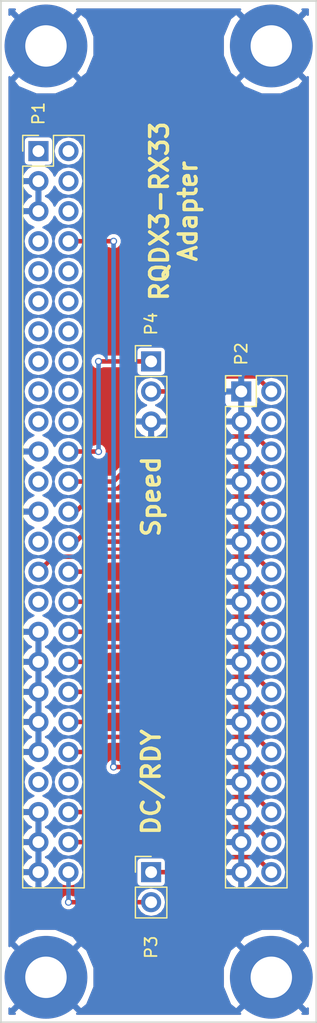
<source format=kicad_pcb>
(kicad_pcb (version 4) (host pcbnew 4.0.5)

  (general
    (links 51)
    (no_connects 0)
    (area 129.586667 61.2 158.703334 150.99)
    (thickness 1.6)
    (drawings 8)
    (tracks 84)
    (zones 0)
    (modules 8)
    (nets 43)
  )

  (page A4)
  (layers
    (0 F.Cu signal)
    (31 B.Cu signal)
    (32 B.Adhes user)
    (33 F.Adhes user)
    (34 B.Paste user)
    (35 F.Paste user)
    (36 B.SilkS user)
    (37 F.SilkS user)
    (38 B.Mask user)
    (39 F.Mask user)
    (40 Dwgs.User user)
    (41 Cmts.User user)
    (42 Eco1.User user)
    (43 Eco2.User user)
    (44 Edge.Cuts user)
    (45 Margin user)
    (46 B.CrtYd user)
    (47 F.CrtYd user)
    (48 B.Fab user)
    (49 F.Fab user)
  )

  (setup
    (last_trace_width 0.25)
    (user_trace_width 0.381)
    (trace_clearance 0.2)
    (zone_clearance 2.032)
    (zone_45_only no)
    (trace_min 0.2)
    (segment_width 0.2)
    (edge_width 0.15)
    (via_size 0.6)
    (via_drill 0.4)
    (via_min_size 0.4)
    (via_min_drill 0.3)
    (uvia_size 0.3)
    (uvia_drill 0.1)
    (uvias_allowed no)
    (uvia_min_size 0.2)
    (uvia_min_drill 0.1)
    (pcb_text_width 0.3)
    (pcb_text_size 1.5 1.5)
    (mod_edge_width 0.15)
    (mod_text_size 1 1)
    (mod_text_width 0.15)
    (pad_size 1.524 1.524)
    (pad_drill 0.762)
    (pad_to_mask_clearance 0.127)
    (aux_axis_origin 0 0)
    (visible_elements FFFFFF7F)
    (pcbplotparams
      (layerselection 0x00030_80000001)
      (usegerberextensions false)
      (excludeedgelayer true)
      (linewidth 0.100000)
      (plotframeref false)
      (viasonmask false)
      (mode 1)
      (useauxorigin false)
      (hpglpennumber 1)
      (hpglpenspeed 20)
      (hpglpendiameter 15)
      (hpglpenoverlay 2)
      (psnegative false)
      (psa4output false)
      (plotreference true)
      (plotvalue true)
      (plotinvisibletext false)
      (padsonsilk false)
      (subtractmaskfromsilk false)
      (outputformat 1)
      (mirror false)
      (drillshape 1)
      (scaleselection 1)
      (outputdirectory ""))
  )

  (net 0 "")
  (net 1 GND)
  (net 2 "Net-(P1-Pad1)")
  (net 3 "Net-(P1-Pad2)")
  (net 4 "Net-(P1-Pad4)")
  (net 5 "Net-(P1-Pad6)")
  (net 6 "Net-(P1-Pad7)")
  (net 7 WPRO)
  (net 8 "Net-(P1-Pad9)")
  (net 9 "Net-(P1-Pad10)")
  (net 10 "Net-(P1-Pad11)")
  (net 11 "Net-(P1-Pad12)")
  (net 12 "Net-(P1-Pad13)")
  (net 13 "Net-(P1-Pad14)")
  (net 14 "Net-(P1-Pad15)")
  (net 15 "Net-(P1-Pad16)")
  (net 16 "Net-(P1-Pad17)")
  (net 17 "Net-(P1-Pad18)")
  (net 18 "Net-(P1-Pad19)")
  (net 19 "Net-(P1-Pad20)")
  (net 20 "Net-(P1-Pad22)")
  (net 21 "Net-(P1-Pad23)")
  (net 22 SEL3)
  (net 23 INDEX)
  (net 24 "Net-(P1-Pad27)")
  (net 25 SEL0)
  (net 26 SEL1)
  (net 27 SEL2)
  (net 28 "Net-(P1-Pad31)")
  (net 29 MON)
  (net 30 DIR)
  (net 31 STEP)
  (net 32 WDATA)
  (net 33 WGATE)
  (net 34 TRK0)
  (net 35 "Net-(P1-Pad43)")
  (net 36 "Net-(P1-Pad44)")
  (net 37 RDATA)
  (net 38 HEAD)
  (net 39 "Net-(P1-Pad50)")
  (net 40 "Net-(P2-Pad2)")
  (net 41 "Net-(P2-Pad4)")
  (net 42 /RDY_DC)

  (net_class Default "This is the default net class."
    (clearance 0.2)
    (trace_width 0.25)
    (via_dia 0.6)
    (via_drill 0.4)
    (uvia_dia 0.3)
    (uvia_drill 0.1)
    (add_net /RDY_DC)
    (add_net DIR)
    (add_net GND)
    (add_net HEAD)
    (add_net INDEX)
    (add_net MON)
    (add_net "Net-(P1-Pad1)")
    (add_net "Net-(P1-Pad10)")
    (add_net "Net-(P1-Pad11)")
    (add_net "Net-(P1-Pad12)")
    (add_net "Net-(P1-Pad13)")
    (add_net "Net-(P1-Pad14)")
    (add_net "Net-(P1-Pad15)")
    (add_net "Net-(P1-Pad16)")
    (add_net "Net-(P1-Pad17)")
    (add_net "Net-(P1-Pad18)")
    (add_net "Net-(P1-Pad19)")
    (add_net "Net-(P1-Pad2)")
    (add_net "Net-(P1-Pad20)")
    (add_net "Net-(P1-Pad22)")
    (add_net "Net-(P1-Pad23)")
    (add_net "Net-(P1-Pad27)")
    (add_net "Net-(P1-Pad31)")
    (add_net "Net-(P1-Pad4)")
    (add_net "Net-(P1-Pad43)")
    (add_net "Net-(P1-Pad44)")
    (add_net "Net-(P1-Pad50)")
    (add_net "Net-(P1-Pad6)")
    (add_net "Net-(P1-Pad7)")
    (add_net "Net-(P1-Pad9)")
    (add_net "Net-(P2-Pad2)")
    (add_net "Net-(P2-Pad4)")
    (add_net RDATA)
    (add_net SEL0)
    (add_net SEL1)
    (add_net SEL2)
    (add_net SEL3)
    (add_net STEP)
    (add_net TRK0)
    (add_net WDATA)
    (add_net WGATE)
    (add_net WPRO)
  )

  (module Mounting_Holes:MountingHole_3.5mm_Pad (layer F.Cu) (tedit 5C487071) (tstamp 5C486C2D)
    (at 134.62 66.675)
    (descr "Mounting Hole 3.5mm")
    (tags "mounting hole 3.5mm")
    (path /5C487B99)
    (attr virtual)
    (fp_text reference MH1 (at 0 -4.5) (layer F.SilkS) hide
      (effects (font (size 1 1) (thickness 0.15)))
    )
    (fp_text value CONN_01X01 (at 0 4.5) (layer F.Fab) hide
      (effects (font (size 1 1) (thickness 0.15)))
    )
    (fp_text user %R (at 0.3 0) (layer F.Fab)
      (effects (font (size 1 1) (thickness 0.15)))
    )
    (fp_circle (center 0 0) (end 3.5 0) (layer Cmts.User) (width 0.15))
    (fp_circle (center 0 0) (end 3.75 0) (layer F.CrtYd) (width 0.05))
    (pad 1 thru_hole circle (at 0 0) (size 7 7) (drill 3.5) (layers *.Cu *.Mask)
      (net 1 GND))
  )

  (module Mounting_Holes:MountingHole_3.5mm_Pad (layer F.Cu) (tedit 5C48706B) (tstamp 5C486C32)
    (at 153.67 66.675)
    (descr "Mounting Hole 3.5mm")
    (tags "mounting hole 3.5mm")
    (path /5C487BB8)
    (attr virtual)
    (fp_text reference MH2 (at 0 -4.5) (layer F.SilkS) hide
      (effects (font (size 1 1) (thickness 0.15)))
    )
    (fp_text value CONN_01X01 (at 0 4.5) (layer F.Fab) hide
      (effects (font (size 1 1) (thickness 0.15)))
    )
    (fp_text user %R (at 0.3 0) (layer F.Fab)
      (effects (font (size 1 1) (thickness 0.15)))
    )
    (fp_circle (center 0 0) (end 3.5 0) (layer Cmts.User) (width 0.15))
    (fp_circle (center 0 0) (end 3.75 0) (layer F.CrtYd) (width 0.05))
    (pad 1 thru_hole circle (at 0 0) (size 7 7) (drill 3.5) (layers *.Cu *.Mask)
      (net 1 GND))
  )

  (module Mounting_Holes:MountingHole_3.5mm_Pad (layer F.Cu) (tedit 5C487078) (tstamp 5C486C37)
    (at 134.62 145.415)
    (descr "Mounting Hole 3.5mm")
    (tags "mounting hole 3.5mm")
    (path /5C487BD9)
    (attr virtual)
    (fp_text reference MH3 (at 0 -4.5) (layer F.SilkS) hide
      (effects (font (size 1 1) (thickness 0.15)))
    )
    (fp_text value CONN_01X01 (at 0 4.5) (layer F.Fab) hide
      (effects (font (size 1 1) (thickness 0.15)))
    )
    (fp_text user %R (at 0.3 0) (layer F.Fab)
      (effects (font (size 1 1) (thickness 0.15)))
    )
    (fp_circle (center 0 0) (end 3.5 0) (layer Cmts.User) (width 0.15))
    (fp_circle (center 0 0) (end 3.75 0) (layer F.CrtYd) (width 0.05))
    (pad 1 thru_hole circle (at 0 0) (size 7 7) (drill 3.5) (layers *.Cu *.Mask)
      (net 1 GND))
  )

  (module Mounting_Holes:MountingHole_3.5mm_Pad (layer F.Cu) (tedit 5C48707E) (tstamp 5C486C3C)
    (at 153.67 145.415)
    (descr "Mounting Hole 3.5mm")
    (tags "mounting hole 3.5mm")
    (path /5C487BFC)
    (attr virtual)
    (fp_text reference MH4 (at 0 -4.5) (layer F.SilkS) hide
      (effects (font (size 1 1) (thickness 0.15)))
    )
    (fp_text value CONN_01X01 (at 0 4.5) (layer F.Fab) hide
      (effects (font (size 1 1) (thickness 0.15)))
    )
    (fp_text user %R (at 0.3 0) (layer F.Fab)
      (effects (font (size 1 1) (thickness 0.15)))
    )
    (fp_circle (center 0 0) (end 3.5 0) (layer Cmts.User) (width 0.15))
    (fp_circle (center 0 0) (end 3.75 0) (layer F.CrtYd) (width 0.05))
    (pad 1 thru_hole circle (at 0 0) (size 7 7) (drill 3.5) (layers *.Cu *.Mask)
      (net 1 GND))
  )

  (module Pin_Headers:Pin_Header_Straight_2x25_Pitch2.54mm (layer F.Cu) (tedit 5C4875AE) (tstamp 5C486C72)
    (at 133.985 75.565)
    (descr "Through hole straight pin header, 2x25, 2.54mm pitch, double rows")
    (tags "Through hole pin header THT 2x25 2.54mm double row")
    (path /5C484E4B)
    (fp_text reference P1 (at 0 -3.175 90) (layer F.SilkS)
      (effects (font (size 1 1) (thickness 0.15)))
    )
    (fp_text value CONN_02X25 (at 1.27 63.29) (layer F.Fab) hide
      (effects (font (size 1 1) (thickness 0.15)))
    )
    (fp_line (start 0 -1.27) (end 3.81 -1.27) (layer F.Fab) (width 0.1))
    (fp_line (start 3.81 -1.27) (end 3.81 62.23) (layer F.Fab) (width 0.1))
    (fp_line (start 3.81 62.23) (end -1.27 62.23) (layer F.Fab) (width 0.1))
    (fp_line (start -1.27 62.23) (end -1.27 0) (layer F.Fab) (width 0.1))
    (fp_line (start -1.27 0) (end 0 -1.27) (layer F.Fab) (width 0.1))
    (fp_line (start -1.33 62.29) (end 3.87 62.29) (layer F.SilkS) (width 0.12))
    (fp_line (start -1.33 1.27) (end -1.33 62.29) (layer F.SilkS) (width 0.12))
    (fp_line (start 3.87 -1.33) (end 3.87 62.29) (layer F.SilkS) (width 0.12))
    (fp_line (start -1.33 1.27) (end 1.27 1.27) (layer F.SilkS) (width 0.12))
    (fp_line (start 1.27 1.27) (end 1.27 -1.33) (layer F.SilkS) (width 0.12))
    (fp_line (start 1.27 -1.33) (end 3.87 -1.33) (layer F.SilkS) (width 0.12))
    (fp_line (start -1.33 0) (end -1.33 -1.33) (layer F.SilkS) (width 0.12))
    (fp_line (start -1.33 -1.33) (end 0 -1.33) (layer F.SilkS) (width 0.12))
    (fp_line (start -1.8 -1.8) (end -1.8 62.75) (layer F.CrtYd) (width 0.05))
    (fp_line (start -1.8 62.75) (end 4.35 62.75) (layer F.CrtYd) (width 0.05))
    (fp_line (start 4.35 62.75) (end 4.35 -1.8) (layer F.CrtYd) (width 0.05))
    (fp_line (start 4.35 -1.8) (end -1.8 -1.8) (layer F.CrtYd) (width 0.05))
    (fp_text user %R (at 1.27 30.48 90) (layer F.Fab)
      (effects (font (size 1 1) (thickness 0.15)))
    )
    (pad 1 thru_hole rect (at 0 0) (size 1.7 1.7) (drill 1) (layers *.Cu *.Mask)
      (net 2 "Net-(P1-Pad1)"))
    (pad 2 thru_hole oval (at 2.54 0) (size 1.7 1.7) (drill 1) (layers *.Cu *.Mask)
      (net 3 "Net-(P1-Pad2)"))
    (pad 3 thru_hole oval (at 0 2.54) (size 1.7 1.7) (drill 1) (layers *.Cu *.Mask)
      (net 1 GND))
    (pad 4 thru_hole oval (at 2.54 2.54) (size 1.7 1.7) (drill 1) (layers *.Cu *.Mask)
      (net 4 "Net-(P1-Pad4)"))
    (pad 5 thru_hole oval (at 0 5.08) (size 1.7 1.7) (drill 1) (layers *.Cu *.Mask)
      (net 1 GND))
    (pad 6 thru_hole oval (at 2.54 5.08) (size 1.7 1.7) (drill 1) (layers *.Cu *.Mask)
      (net 5 "Net-(P1-Pad6)"))
    (pad 7 thru_hole oval (at 0 7.62) (size 1.7 1.7) (drill 1) (layers *.Cu *.Mask)
      (net 6 "Net-(P1-Pad7)"))
    (pad 8 thru_hole oval (at 2.54 7.62) (size 1.7 1.7) (drill 1) (layers *.Cu *.Mask)
      (net 7 WPRO))
    (pad 9 thru_hole oval (at 0 10.16) (size 1.7 1.7) (drill 1) (layers *.Cu *.Mask)
      (net 8 "Net-(P1-Pad9)"))
    (pad 10 thru_hole oval (at 2.54 10.16) (size 1.7 1.7) (drill 1) (layers *.Cu *.Mask)
      (net 9 "Net-(P1-Pad10)"))
    (pad 11 thru_hole oval (at 0 12.7) (size 1.7 1.7) (drill 1) (layers *.Cu *.Mask)
      (net 10 "Net-(P1-Pad11)"))
    (pad 12 thru_hole oval (at 2.54 12.7) (size 1.7 1.7) (drill 1) (layers *.Cu *.Mask)
      (net 11 "Net-(P1-Pad12)"))
    (pad 13 thru_hole oval (at 0 15.24) (size 1.7 1.7) (drill 1) (layers *.Cu *.Mask)
      (net 12 "Net-(P1-Pad13)"))
    (pad 14 thru_hole oval (at 2.54 15.24) (size 1.7 1.7) (drill 1) (layers *.Cu *.Mask)
      (net 13 "Net-(P1-Pad14)"))
    (pad 15 thru_hole oval (at 0 17.78) (size 1.7 1.7) (drill 1) (layers *.Cu *.Mask)
      (net 14 "Net-(P1-Pad15)"))
    (pad 16 thru_hole oval (at 2.54 17.78) (size 1.7 1.7) (drill 1) (layers *.Cu *.Mask)
      (net 15 "Net-(P1-Pad16)"))
    (pad 17 thru_hole oval (at 0 20.32) (size 1.7 1.7) (drill 1) (layers *.Cu *.Mask)
      (net 16 "Net-(P1-Pad17)"))
    (pad 18 thru_hole oval (at 2.54 20.32) (size 1.7 1.7) (drill 1) (layers *.Cu *.Mask)
      (net 17 "Net-(P1-Pad18)"))
    (pad 19 thru_hole oval (at 0 22.86) (size 1.7 1.7) (drill 1) (layers *.Cu *.Mask)
      (net 18 "Net-(P1-Pad19)"))
    (pad 20 thru_hole oval (at 2.54 22.86) (size 1.7 1.7) (drill 1) (layers *.Cu *.Mask)
      (net 19 "Net-(P1-Pad20)"))
    (pad 21 thru_hole oval (at 0 25.4) (size 1.7 1.7) (drill 1) (layers *.Cu *.Mask)
      (net 1 GND))
    (pad 22 thru_hole oval (at 2.54 25.4) (size 1.7 1.7) (drill 1) (layers *.Cu *.Mask)
      (net 20 "Net-(P1-Pad22)"))
    (pad 23 thru_hole oval (at 0 27.94) (size 1.7 1.7) (drill 1) (layers *.Cu *.Mask)
      (net 21 "Net-(P1-Pad23)"))
    (pad 24 thru_hole oval (at 2.54 27.94) (size 1.7 1.7) (drill 1) (layers *.Cu *.Mask)
      (net 22 SEL3))
    (pad 25 thru_hole oval (at 0 30.48) (size 1.7 1.7) (drill 1) (layers *.Cu *.Mask)
      (net 1 GND))
    (pad 26 thru_hole oval (at 2.54 30.48) (size 1.7 1.7) (drill 1) (layers *.Cu *.Mask)
      (net 23 INDEX))
    (pad 27 thru_hole oval (at 0 33.02) (size 1.7 1.7) (drill 1) (layers *.Cu *.Mask)
      (net 24 "Net-(P1-Pad27)"))
    (pad 28 thru_hole oval (at 2.54 33.02) (size 1.7 1.7) (drill 1) (layers *.Cu *.Mask)
      (net 25 SEL0))
    (pad 29 thru_hole oval (at 0 35.56) (size 1.7 1.7) (drill 1) (layers *.Cu *.Mask)
      (net 26 SEL1))
    (pad 30 thru_hole oval (at 2.54 35.56) (size 1.7 1.7) (drill 1) (layers *.Cu *.Mask)
      (net 27 SEL2))
    (pad 31 thru_hole oval (at 0 38.1) (size 1.7 1.7) (drill 1) (layers *.Cu *.Mask)
      (net 28 "Net-(P1-Pad31)"))
    (pad 32 thru_hole oval (at 2.54 38.1) (size 1.7 1.7) (drill 1) (layers *.Cu *.Mask)
      (net 29 MON))
    (pad 33 thru_hole oval (at 0 40.64) (size 1.7 1.7) (drill 1) (layers *.Cu *.Mask)
      (net 1 GND))
    (pad 34 thru_hole oval (at 2.54 40.64) (size 1.7 1.7) (drill 1) (layers *.Cu *.Mask)
      (net 30 DIR))
    (pad 35 thru_hole oval (at 0 43.18) (size 1.7 1.7) (drill 1) (layers *.Cu *.Mask)
      (net 1 GND))
    (pad 36 thru_hole oval (at 2.54 43.18) (size 1.7 1.7) (drill 1) (layers *.Cu *.Mask)
      (net 31 STEP))
    (pad 37 thru_hole oval (at 0 45.72) (size 1.7 1.7) (drill 1) (layers *.Cu *.Mask)
      (net 1 GND))
    (pad 38 thru_hole oval (at 2.54 45.72) (size 1.7 1.7) (drill 1) (layers *.Cu *.Mask)
      (net 32 WDATA))
    (pad 39 thru_hole oval (at 0 48.26) (size 1.7 1.7) (drill 1) (layers *.Cu *.Mask)
      (net 1 GND))
    (pad 40 thru_hole oval (at 2.54 48.26) (size 1.7 1.7) (drill 1) (layers *.Cu *.Mask)
      (net 33 WGATE))
    (pad 41 thru_hole oval (at 0 50.8) (size 1.7 1.7) (drill 1) (layers *.Cu *.Mask)
      (net 1 GND))
    (pad 42 thru_hole oval (at 2.54 50.8) (size 1.7 1.7) (drill 1) (layers *.Cu *.Mask)
      (net 34 TRK0))
    (pad 43 thru_hole oval (at 0 53.34) (size 1.7 1.7) (drill 1) (layers *.Cu *.Mask)
      (net 35 "Net-(P1-Pad43)"))
    (pad 44 thru_hole oval (at 2.54 53.34) (size 1.7 1.7) (drill 1) (layers *.Cu *.Mask)
      (net 36 "Net-(P1-Pad44)"))
    (pad 45 thru_hole oval (at 0 55.88) (size 1.7 1.7) (drill 1) (layers *.Cu *.Mask)
      (net 1 GND))
    (pad 46 thru_hole oval (at 2.54 55.88) (size 1.7 1.7) (drill 1) (layers *.Cu *.Mask)
      (net 37 RDATA))
    (pad 47 thru_hole oval (at 0 58.42) (size 1.7 1.7) (drill 1) (layers *.Cu *.Mask)
      (net 1 GND))
    (pad 48 thru_hole oval (at 2.54 58.42) (size 1.7 1.7) (drill 1) (layers *.Cu *.Mask)
      (net 38 HEAD))
    (pad 49 thru_hole oval (at 0 60.96) (size 1.7 1.7) (drill 1) (layers *.Cu *.Mask)
      (net 1 GND))
    (pad 50 thru_hole oval (at 2.54 60.96) (size 1.7 1.7) (drill 1) (layers *.Cu *.Mask)
      (net 39 "Net-(P1-Pad50)"))
    (model ${KISYS3DMOD}/Pin_Headers.3dshapes/Pin_Header_Straight_2x25_Pitch2.54mm.wrl
      (at (xyz 0 0 0))
      (scale (xyz 1 1 1))
      (rotate (xyz 0 0 0))
    )
  )

  (module Pin_Headers:Pin_Header_Straight_2x17_Pitch2.54mm (layer F.Cu) (tedit 5C4875BD) (tstamp 5C486C98)
    (at 151.13 95.885)
    (descr "Through hole straight pin header, 2x17, 2.54mm pitch, double rows")
    (tags "Through hole pin header THT 2x17 2.54mm double row")
    (path /5C484E81)
    (fp_text reference P2 (at 0 -3.175 90) (layer F.SilkS)
      (effects (font (size 1 1) (thickness 0.15)))
    )
    (fp_text value CONN_02X17 (at 1.27 42.97) (layer F.Fab) hide
      (effects (font (size 1 1) (thickness 0.15)))
    )
    (fp_line (start 0 -1.27) (end 3.81 -1.27) (layer F.Fab) (width 0.1))
    (fp_line (start 3.81 -1.27) (end 3.81 41.91) (layer F.Fab) (width 0.1))
    (fp_line (start 3.81 41.91) (end -1.27 41.91) (layer F.Fab) (width 0.1))
    (fp_line (start -1.27 41.91) (end -1.27 0) (layer F.Fab) (width 0.1))
    (fp_line (start -1.27 0) (end 0 -1.27) (layer F.Fab) (width 0.1))
    (fp_line (start -1.33 41.97) (end 3.87 41.97) (layer F.SilkS) (width 0.12))
    (fp_line (start -1.33 1.27) (end -1.33 41.97) (layer F.SilkS) (width 0.12))
    (fp_line (start 3.87 -1.33) (end 3.87 41.97) (layer F.SilkS) (width 0.12))
    (fp_line (start -1.33 1.27) (end 1.27 1.27) (layer F.SilkS) (width 0.12))
    (fp_line (start 1.27 1.27) (end 1.27 -1.33) (layer F.SilkS) (width 0.12))
    (fp_line (start 1.27 -1.33) (end 3.87 -1.33) (layer F.SilkS) (width 0.12))
    (fp_line (start -1.33 0) (end -1.33 -1.33) (layer F.SilkS) (width 0.12))
    (fp_line (start -1.33 -1.33) (end 0 -1.33) (layer F.SilkS) (width 0.12))
    (fp_line (start -1.8 -1.8) (end -1.8 42.45) (layer F.CrtYd) (width 0.05))
    (fp_line (start -1.8 42.45) (end 4.35 42.45) (layer F.CrtYd) (width 0.05))
    (fp_line (start 4.35 42.45) (end 4.35 -1.8) (layer F.CrtYd) (width 0.05))
    (fp_line (start 4.35 -1.8) (end -1.8 -1.8) (layer F.CrtYd) (width 0.05))
    (fp_text user %R (at 1.27 20.32 90) (layer F.Fab)
      (effects (font (size 1 1) (thickness 0.15)))
    )
    (pad 1 thru_hole rect (at 0 0) (size 1.7 1.7) (drill 1) (layers *.Cu *.Mask)
      (net 1 GND))
    (pad 2 thru_hole oval (at 2.54 0) (size 1.7 1.7) (drill 1) (layers *.Cu *.Mask)
      (net 40 "Net-(P2-Pad2)"))
    (pad 3 thru_hole oval (at 0 2.54) (size 1.7 1.7) (drill 1) (layers *.Cu *.Mask)
      (net 1 GND))
    (pad 4 thru_hole oval (at 2.54 2.54) (size 1.7 1.7) (drill 1) (layers *.Cu *.Mask)
      (net 41 "Net-(P2-Pad4)"))
    (pad 5 thru_hole oval (at 0 5.08) (size 1.7 1.7) (drill 1) (layers *.Cu *.Mask)
      (net 1 GND))
    (pad 6 thru_hole oval (at 2.54 5.08) (size 1.7 1.7) (drill 1) (layers *.Cu *.Mask)
      (net 22 SEL3))
    (pad 7 thru_hole oval (at 0 7.62) (size 1.7 1.7) (drill 1) (layers *.Cu *.Mask)
      (net 1 GND))
    (pad 8 thru_hole oval (at 2.54 7.62) (size 1.7 1.7) (drill 1) (layers *.Cu *.Mask)
      (net 23 INDEX))
    (pad 9 thru_hole oval (at 0 10.16) (size 1.7 1.7) (drill 1) (layers *.Cu *.Mask)
      (net 1 GND))
    (pad 10 thru_hole oval (at 2.54 10.16) (size 1.7 1.7) (drill 1) (layers *.Cu *.Mask)
      (net 25 SEL0))
    (pad 11 thru_hole oval (at 0 12.7) (size 1.7 1.7) (drill 1) (layers *.Cu *.Mask)
      (net 1 GND))
    (pad 12 thru_hole oval (at 2.54 12.7) (size 1.7 1.7) (drill 1) (layers *.Cu *.Mask)
      (net 26 SEL1))
    (pad 13 thru_hole oval (at 0 15.24) (size 1.7 1.7) (drill 1) (layers *.Cu *.Mask)
      (net 1 GND))
    (pad 14 thru_hole oval (at 2.54 15.24) (size 1.7 1.7) (drill 1) (layers *.Cu *.Mask)
      (net 27 SEL2))
    (pad 15 thru_hole oval (at 0 17.78) (size 1.7 1.7) (drill 1) (layers *.Cu *.Mask)
      (net 1 GND))
    (pad 16 thru_hole oval (at 2.54 17.78) (size 1.7 1.7) (drill 1) (layers *.Cu *.Mask)
      (net 29 MON))
    (pad 17 thru_hole oval (at 0 20.32) (size 1.7 1.7) (drill 1) (layers *.Cu *.Mask)
      (net 1 GND))
    (pad 18 thru_hole oval (at 2.54 20.32) (size 1.7 1.7) (drill 1) (layers *.Cu *.Mask)
      (net 30 DIR))
    (pad 19 thru_hole oval (at 0 22.86) (size 1.7 1.7) (drill 1) (layers *.Cu *.Mask)
      (net 1 GND))
    (pad 20 thru_hole oval (at 2.54 22.86) (size 1.7 1.7) (drill 1) (layers *.Cu *.Mask)
      (net 31 STEP))
    (pad 21 thru_hole oval (at 0 25.4) (size 1.7 1.7) (drill 1) (layers *.Cu *.Mask)
      (net 1 GND))
    (pad 22 thru_hole oval (at 2.54 25.4) (size 1.7 1.7) (drill 1) (layers *.Cu *.Mask)
      (net 32 WDATA))
    (pad 23 thru_hole oval (at 0 27.94) (size 1.7 1.7) (drill 1) (layers *.Cu *.Mask)
      (net 1 GND))
    (pad 24 thru_hole oval (at 2.54 27.94) (size 1.7 1.7) (drill 1) (layers *.Cu *.Mask)
      (net 33 WGATE))
    (pad 25 thru_hole oval (at 0 30.48) (size 1.7 1.7) (drill 1) (layers *.Cu *.Mask)
      (net 1 GND))
    (pad 26 thru_hole oval (at 2.54 30.48) (size 1.7 1.7) (drill 1) (layers *.Cu *.Mask)
      (net 34 TRK0))
    (pad 27 thru_hole oval (at 0 33.02) (size 1.7 1.7) (drill 1) (layers *.Cu *.Mask)
      (net 1 GND))
    (pad 28 thru_hole oval (at 2.54 33.02) (size 1.7 1.7) (drill 1) (layers *.Cu *.Mask)
      (net 7 WPRO))
    (pad 29 thru_hole oval (at 0 35.56) (size 1.7 1.7) (drill 1) (layers *.Cu *.Mask)
      (net 1 GND))
    (pad 30 thru_hole oval (at 2.54 35.56) (size 1.7 1.7) (drill 1) (layers *.Cu *.Mask)
      (net 37 RDATA))
    (pad 31 thru_hole oval (at 0 38.1) (size 1.7 1.7) (drill 1) (layers *.Cu *.Mask)
      (net 1 GND))
    (pad 32 thru_hole oval (at 2.54 38.1) (size 1.7 1.7) (drill 1) (layers *.Cu *.Mask)
      (net 38 HEAD))
    (pad 33 thru_hole oval (at 0 40.64) (size 1.7 1.7) (drill 1) (layers *.Cu *.Mask)
      (net 1 GND))
    (pad 34 thru_hole oval (at 2.54 40.64) (size 1.7 1.7) (drill 1) (layers *.Cu *.Mask)
      (net 42 /RDY_DC))
    (model ${KISYS3DMOD}/Pin_Headers.3dshapes/Pin_Header_Straight_2x17_Pitch2.54mm.wrl
      (at (xyz 0 0 0))
      (scale (xyz 1 1 1))
      (rotate (xyz 0 0 0))
    )
  )

  (module Pin_Headers:Pin_Header_Straight_1x02_Pitch2.54mm (layer F.Cu) (tedit 5C4878F8) (tstamp 5C486C9E)
    (at 143.51 136.525)
    (descr "Through hole straight pin header, 1x02, 2.54mm pitch, single row")
    (tags "Through hole pin header THT 1x02 2.54mm single row")
    (path /5C487923)
    (fp_text reference P3 (at 0 6.35 90) (layer F.SilkS)
      (effects (font (size 1 1) (thickness 0.15)))
    )
    (fp_text value CONN_01X02 (at 0 4.87) (layer F.Fab) hide
      (effects (font (size 1 1) (thickness 0.15)))
    )
    (fp_line (start -0.635 -1.27) (end 1.27 -1.27) (layer F.Fab) (width 0.1))
    (fp_line (start 1.27 -1.27) (end 1.27 3.81) (layer F.Fab) (width 0.1))
    (fp_line (start 1.27 3.81) (end -1.27 3.81) (layer F.Fab) (width 0.1))
    (fp_line (start -1.27 3.81) (end -1.27 -0.635) (layer F.Fab) (width 0.1))
    (fp_line (start -1.27 -0.635) (end -0.635 -1.27) (layer F.Fab) (width 0.1))
    (fp_line (start -1.33 3.87) (end 1.33 3.87) (layer F.SilkS) (width 0.12))
    (fp_line (start -1.33 1.27) (end -1.33 3.87) (layer F.SilkS) (width 0.12))
    (fp_line (start 1.33 1.27) (end 1.33 3.87) (layer F.SilkS) (width 0.12))
    (fp_line (start -1.33 1.27) (end 1.33 1.27) (layer F.SilkS) (width 0.12))
    (fp_line (start -1.33 0) (end -1.33 -1.33) (layer F.SilkS) (width 0.12))
    (fp_line (start -1.33 -1.33) (end 0 -1.33) (layer F.SilkS) (width 0.12))
    (fp_line (start -1.8 -1.8) (end -1.8 4.35) (layer F.CrtYd) (width 0.05))
    (fp_line (start -1.8 4.35) (end 1.8 4.35) (layer F.CrtYd) (width 0.05))
    (fp_line (start 1.8 4.35) (end 1.8 -1.8) (layer F.CrtYd) (width 0.05))
    (fp_line (start 1.8 -1.8) (end -1.8 -1.8) (layer F.CrtYd) (width 0.05))
    (fp_text user %R (at 0 1.27 90) (layer F.Fab)
      (effects (font (size 1 1) (thickness 0.15)))
    )
    (pad 1 thru_hole rect (at 0 0) (size 1.7 1.7) (drill 1) (layers *.Cu *.Mask)
      (net 42 /RDY_DC))
    (pad 2 thru_hole oval (at 0 2.54) (size 1.7 1.7) (drill 1) (layers *.Cu *.Mask)
      (net 39 "Net-(P1-Pad50)"))
    (model ${KISYS3DMOD}/Pin_Headers.3dshapes/Pin_Header_Straight_1x02_Pitch2.54mm.wrl
      (at (xyz 0 0 0))
      (scale (xyz 1 1 1))
      (rotate (xyz 0 0 0))
    )
  )

  (module Pin_Headers:Pin_Header_Straight_1x03_Pitch2.54mm (layer F.Cu) (tedit 5C713DC3) (tstamp 5C4EE69D)
    (at 143.51 93.345)
    (descr "Through hole straight pin header, 1x03, 2.54mm pitch, single row")
    (tags "Through hole pin header THT 1x03 2.54mm single row")
    (path /5C4EE598)
    (fp_text reference P4 (at 0 -3.175 90) (layer F.SilkS)
      (effects (font (size 1 1) (thickness 0.15)))
    )
    (fp_text value CONN_01X03 (at 0 7.41) (layer F.Fab) hide
      (effects (font (size 1 1) (thickness 0.15)))
    )
    (fp_line (start -0.635 -1.27) (end 1.27 -1.27) (layer F.Fab) (width 0.1))
    (fp_line (start 1.27 -1.27) (end 1.27 6.35) (layer F.Fab) (width 0.1))
    (fp_line (start 1.27 6.35) (end -1.27 6.35) (layer F.Fab) (width 0.1))
    (fp_line (start -1.27 6.35) (end -1.27 -0.635) (layer F.Fab) (width 0.1))
    (fp_line (start -1.27 -0.635) (end -0.635 -1.27) (layer F.Fab) (width 0.1))
    (fp_line (start -1.33 6.41) (end 1.33 6.41) (layer F.SilkS) (width 0.12))
    (fp_line (start -1.33 1.27) (end -1.33 6.41) (layer F.SilkS) (width 0.12))
    (fp_line (start 1.33 1.27) (end 1.33 6.41) (layer F.SilkS) (width 0.12))
    (fp_line (start -1.33 1.27) (end 1.33 1.27) (layer F.SilkS) (width 0.12))
    (fp_line (start -1.33 0) (end -1.33 -1.33) (layer F.SilkS) (width 0.12))
    (fp_line (start -1.33 -1.33) (end 0 -1.33) (layer F.SilkS) (width 0.12))
    (fp_line (start -1.8 -1.8) (end -1.8 6.85) (layer F.CrtYd) (width 0.05))
    (fp_line (start -1.8 6.85) (end 1.8 6.85) (layer F.CrtYd) (width 0.05))
    (fp_line (start 1.8 6.85) (end 1.8 -1.8) (layer F.CrtYd) (width 0.05))
    (fp_line (start 1.8 -1.8) (end -1.8 -1.8) (layer F.CrtYd) (width 0.05))
    (fp_text user %R (at 0 2.54 90) (layer F.Fab)
      (effects (font (size 1 1) (thickness 0.15)))
    )
    (pad 1 thru_hole rect (at 0 0) (size 1.7 1.7) (drill 1) (layers *.Cu *.Mask)
      (net 20 "Net-(P1-Pad22)"))
    (pad 2 thru_hole oval (at 0 2.54) (size 1.7 1.7) (drill 1) (layers *.Cu *.Mask)
      (net 40 "Net-(P2-Pad2)"))
    (pad 3 thru_hole oval (at 0 5.08) (size 1.7 1.7) (drill 1) (layers *.Cu *.Mask)
      (net 1 GND))
    (model ${KISYS3DMOD}/Pin_Headers.3dshapes/Pin_Header_Straight_1x03_Pitch2.54mm.wrl
      (at (xyz 0 0 0))
      (scale (xyz 1 1 1))
      (rotate (xyz 0 0 0))
    )
  )

  (gr_text Speed (at 143.51 104.775 90) (layer F.SilkS)
    (effects (font (size 1.5 1.5) (thickness 0.3)))
  )
  (gr_text DC/RDY (at 143.51 128.905 90) (layer F.SilkS)
    (effects (font (size 1.5 1.5) (thickness 0.3)))
  )
  (gr_text "RQDX3-RX33\nAdapter" (at 145.415 80.645 90) (layer F.SilkS)
    (effects (font (size 1.5 1.5) (thickness 0.3)))
  )
  (gr_line (start 130.81 148.59) (end 130.81 149.225) (angle 90) (layer Edge.Cuts) (width 0.15))
  (gr_line (start 130.81 62.865) (end 130.81 148.59) (angle 90) (layer Edge.Cuts) (width 0.15))
  (gr_line (start 157.48 62.865) (end 130.81 62.865) (angle 90) (layer Edge.Cuts) (width 0.15))
  (gr_line (start 157.48 149.225) (end 157.48 62.865) (angle 90) (layer Edge.Cuts) (width 0.15))
  (gr_line (start 130.81 149.225) (end 157.48 149.225) (angle 90) (layer Edge.Cuts) (width 0.15))

  (segment (start 153.67 128.905) (end 152.4 127.635) (width 0.381) (layer F.Cu) (net 7))
  (segment (start 140.335 83.185) (end 136.525 83.185) (width 0.381) (layer F.Cu) (net 7) (tstamp 5C486FF0))
  (via (at 140.335 83.185) (size 0.6) (drill 0.4) (layers F.Cu B.Cu) (net 7))
  (segment (start 140.335 121.92) (end 140.335 83.185) (width 0.381) (layer B.Cu) (net 7) (tstamp 5C486FD5))
  (segment (start 140.335 127.635) (end 140.335 121.92) (width 0.381) (layer B.Cu) (net 7) (tstamp 5C486FD4))
  (via (at 140.335 127.635) (size 0.6) (drill 0.4) (layers F.Cu B.Cu) (net 7))
  (segment (start 152.4 127.635) (end 140.335 127.635) (width 0.381) (layer F.Cu) (net 7) (tstamp 5C486FCD))
  (segment (start 136.525 100.965) (end 139.065 100.965) (width 0.381) (layer F.Cu) (net 20))
  (segment (start 139.065 93.345) (end 143.51 93.345) (width 0.381) (layer F.Cu) (net 20) (tstamp 5C4EE6DD))
  (via (at 139.065 93.345) (size 0.6) (drill 0.4) (layers F.Cu B.Cu) (net 20))
  (segment (start 139.065 100.965) (end 139.065 93.345) (width 0.381) (layer B.Cu) (net 20) (tstamp 5C4EE6D5))
  (via (at 139.065 100.965) (size 0.6) (drill 0.4) (layers F.Cu B.Cu) (net 20))
  (segment (start 153.67 100.965) (end 152.4 99.695) (width 0.381) (layer F.Cu) (net 22))
  (segment (start 140.335 103.505) (end 136.525 103.505) (width 0.381) (layer F.Cu) (net 22) (tstamp 5C486F7B))
  (segment (start 142.875 100.965) (end 140.335 103.505) (width 0.381) (layer F.Cu) (net 22) (tstamp 5C486F73))
  (segment (start 147.955 100.965) (end 142.875 100.965) (width 0.381) (layer F.Cu) (net 22) (tstamp 5C486F71))
  (segment (start 149.225 99.695) (end 147.955 100.965) (width 0.381) (layer F.Cu) (net 22) (tstamp 5C486F6E))
  (segment (start 152.4 99.695) (end 149.225 99.695) (width 0.381) (layer F.Cu) (net 22) (tstamp 5C486F6D))
  (segment (start 153.67 103.505) (end 152.4 102.235) (width 0.381) (layer F.Cu) (net 23))
  (segment (start 138.43 104.775) (end 137.16 106.045) (width 0.381) (layer F.Cu) (net 23) (tstamp 5C486F60))
  (segment (start 140.97 104.775) (end 138.43 104.775) (width 0.381) (layer F.Cu) (net 23) (tstamp 5C486F5A))
  (segment (start 143.51 102.235) (end 140.97 104.775) (width 0.381) (layer F.Cu) (net 23) (tstamp 5C486F57))
  (segment (start 152.4 102.235) (end 143.51 102.235) (width 0.381) (layer F.Cu) (net 23) (tstamp 5C486F56))
  (segment (start 137.16 106.045) (end 136.525 106.045) (width 0.381) (layer F.Cu) (net 23) (tstamp 5C486F63))
  (segment (start 153.67 106.045) (end 152.4 104.775) (width 0.381) (layer F.Cu) (net 25))
  (segment (start 138.43 107.315) (end 137.16 108.585) (width 0.381) (layer F.Cu) (net 25) (tstamp 5C486F4E))
  (segment (start 140.97 107.315) (end 138.43 107.315) (width 0.381) (layer F.Cu) (net 25) (tstamp 5C486F43))
  (segment (start 143.51 104.775) (end 140.97 107.315) (width 0.381) (layer F.Cu) (net 25) (tstamp 5C486F40))
  (segment (start 152.4 104.775) (end 143.51 104.775) (width 0.381) (layer F.Cu) (net 25) (tstamp 5C486F3F))
  (segment (start 137.16 108.585) (end 136.525 108.585) (width 0.381) (layer F.Cu) (net 25) (tstamp 5C486F51))
  (segment (start 153.67 108.585) (end 152.4 107.315) (width 0.381) (layer F.Cu) (net 26))
  (segment (start 135.255 109.855) (end 133.985 111.125) (width 0.381) (layer F.Cu) (net 26) (tstamp 5C486F2F))
  (segment (start 137.795 109.855) (end 135.255 109.855) (width 0.381) (layer F.Cu) (net 26) (tstamp 5C486F2D))
  (segment (start 139.065 108.585) (end 137.795 109.855) (width 0.381) (layer F.Cu) (net 26) (tstamp 5C486F2C))
  (segment (start 142.24 108.585) (end 139.065 108.585) (width 0.381) (layer F.Cu) (net 26) (tstamp 5C486F27))
  (segment (start 143.51 107.315) (end 142.24 108.585) (width 0.381) (layer F.Cu) (net 26) (tstamp 5C486F1D))
  (segment (start 152.4 107.315) (end 143.51 107.315) (width 0.381) (layer F.Cu) (net 26) (tstamp 5C486F1B))
  (segment (start 153.67 111.125) (end 152.4 109.855) (width 0.381) (layer F.Cu) (net 27))
  (segment (start 138.43 111.125) (end 136.525 111.125) (width 0.381) (layer F.Cu) (net 27) (tstamp 5C486F0B))
  (segment (start 139.7 109.855) (end 138.43 111.125) (width 0.381) (layer F.Cu) (net 27) (tstamp 5C486F08))
  (segment (start 152.4 109.855) (end 139.7 109.855) (width 0.381) (layer F.Cu) (net 27) (tstamp 5C486F06))
  (segment (start 153.67 113.665) (end 152.4 112.395) (width 0.381) (layer F.Cu) (net 29))
  (segment (start 138.43 113.665) (end 136.525 113.665) (width 0.381) (layer F.Cu) (net 29) (tstamp 5C486EFA))
  (segment (start 139.7 112.395) (end 138.43 113.665) (width 0.381) (layer F.Cu) (net 29) (tstamp 5C486EF7))
  (segment (start 152.4 112.395) (end 139.7 112.395) (width 0.381) (layer F.Cu) (net 29) (tstamp 5C486EF6))
  (segment (start 153.67 116.205) (end 152.4 114.935) (width 0.381) (layer F.Cu) (net 30))
  (segment (start 138.43 116.205) (end 136.525 116.205) (width 0.381) (layer F.Cu) (net 30) (tstamp 5C486EF0))
  (segment (start 139.7 114.935) (end 138.43 116.205) (width 0.381) (layer F.Cu) (net 30) (tstamp 5C486EEE))
  (segment (start 152.4 114.935) (end 139.7 114.935) (width 0.381) (layer F.Cu) (net 30) (tstamp 5C486EED))
  (segment (start 153.67 118.745) (end 152.4 117.475) (width 0.381) (layer F.Cu) (net 31))
  (segment (start 138.43 118.745) (end 136.525 118.745) (width 0.381) (layer F.Cu) (net 31) (tstamp 5C486EE7))
  (segment (start 139.7 117.475) (end 138.43 118.745) (width 0.381) (layer F.Cu) (net 31) (tstamp 5C486EE5))
  (segment (start 152.4 117.475) (end 139.7 117.475) (width 0.381) (layer F.Cu) (net 31) (tstamp 5C486EE4))
  (segment (start 153.67 121.285) (end 152.4 120.015) (width 0.381) (layer F.Cu) (net 32))
  (segment (start 138.43 121.285) (end 136.525 121.285) (width 0.381) (layer F.Cu) (net 32) (tstamp 5C486ED7))
  (segment (start 139.7 120.015) (end 138.43 121.285) (width 0.381) (layer F.Cu) (net 32) (tstamp 5C486ED4))
  (segment (start 152.4 120.015) (end 139.7 120.015) (width 0.381) (layer F.Cu) (net 32) (tstamp 5C486ED3))
  (segment (start 153.67 123.825) (end 152.4 122.555) (width 0.381) (layer F.Cu) (net 33))
  (segment (start 138.43 123.825) (end 136.525 123.825) (width 0.381) (layer F.Cu) (net 33) (tstamp 5C486ECB))
  (segment (start 139.7 122.555) (end 138.43 123.825) (width 0.381) (layer F.Cu) (net 33) (tstamp 5C486EC9))
  (segment (start 152.4 122.555) (end 139.7 122.555) (width 0.381) (layer F.Cu) (net 33) (tstamp 5C486EC7))
  (segment (start 153.67 126.365) (end 152.4 125.095) (width 0.381) (layer F.Cu) (net 34))
  (segment (start 138.43 126.365) (end 136.525 126.365) (width 0.381) (layer F.Cu) (net 34) (tstamp 5C486EC1))
  (segment (start 139.7 125.095) (end 138.43 126.365) (width 0.381) (layer F.Cu) (net 34) (tstamp 5C486EBE))
  (segment (start 152.4 125.095) (end 139.7 125.095) (width 0.381) (layer F.Cu) (net 34) (tstamp 5C486EBC))
  (segment (start 153.67 131.445) (end 152.4 130.175) (width 0.381) (layer F.Cu) (net 37))
  (segment (start 138.43 131.445) (end 136.525 131.445) (width 0.381) (layer F.Cu) (net 37) (tstamp 5C486EB6))
  (segment (start 139.7 130.175) (end 138.43 131.445) (width 0.381) (layer F.Cu) (net 37) (tstamp 5C486EB2))
  (segment (start 152.4 130.175) (end 139.7 130.175) (width 0.381) (layer F.Cu) (net 37) (tstamp 5C486EB0))
  (segment (start 153.67 133.985) (end 152.4 132.715) (width 0.381) (layer F.Cu) (net 38))
  (segment (start 138.43 133.985) (end 136.525 133.985) (width 0.381) (layer F.Cu) (net 38) (tstamp 5C486EAA))
  (segment (start 139.7 132.715) (end 138.43 133.985) (width 0.381) (layer F.Cu) (net 38) (tstamp 5C486EA6))
  (segment (start 152.4 132.715) (end 139.7 132.715) (width 0.381) (layer F.Cu) (net 38) (tstamp 5C486EA5))
  (segment (start 143.51 139.065) (end 136.525 139.065) (width 0.381) (layer F.Cu) (net 39))
  (segment (start 136.525 139.065) (end 136.525 136.525) (width 0.381) (layer B.Cu) (net 39) (tstamp 5C4870C6))
  (via (at 136.525 139.065) (size 0.6) (drill 0.4) (layers F.Cu B.Cu) (net 39))
  (segment (start 153.67 95.885) (end 152.4 94.615) (width 0.381) (layer F.Cu) (net 40))
  (segment (start 146.05 94.615) (end 144.78 95.885) (width 0.381) (layer F.Cu) (net 40) (tstamp 5C486F89))
  (segment (start 152.4 94.615) (end 146.05 94.615) (width 0.381) (layer F.Cu) (net 40) (tstamp 5C486F87))
  (segment (start 144.78 95.885) (end 144.145 95.885) (width 0.381) (layer F.Cu) (net 40) (tstamp 5C486F8B))
  (segment (start 153.67 136.525) (end 152.4 135.255) (width 0.381) (layer F.Cu) (net 42))
  (segment (start 144.78 136.525) (end 143.51 136.525) (width 0.381) (layer F.Cu) (net 42) (tstamp 5C486E98))
  (segment (start 146.05 135.255) (end 144.78 136.525) (width 0.381) (layer F.Cu) (net 42) (tstamp 5C486E94))
  (segment (start 152.4 135.255) (end 146.05 135.255) (width 0.381) (layer F.Cu) (net 42) (tstamp 5C486E92))

  (zone (net 1) (net_name GND) (layer F.Cu) (tstamp 5C487138) (hatch edge 0.508)
    (connect_pads (clearance 0.3048))
    (min_thickness 0.1778)
    (fill yes (arc_segments 16) (thermal_gap 0.508) (thermal_bridge_width 0.508))
    (polygon
      (pts
        (xy 156.845 148.59) (xy 131.445 148.59) (xy 131.445 63.5) (xy 156.845 63.5)
      )
    )
    (filled_polygon
      (pts
        (xy 131.890955 63.712468) (xy 134.62 66.441513) (xy 137.349045 63.712468) (xy 137.250132 63.5889) (xy 151.039868 63.5889)
        (xy 150.940955 63.712468) (xy 153.67 66.441513) (xy 156.399045 63.712468) (xy 156.300132 63.5889) (xy 156.7561 63.5889)
        (xy 156.7561 64.044868) (xy 156.632532 63.945955) (xy 153.903487 66.675) (xy 156.632532 69.404045) (xy 156.7561 69.305132)
        (xy 156.7561 142.784868) (xy 156.632532 142.685955) (xy 153.903487 145.415) (xy 156.632532 148.144045) (xy 156.7561 148.045132)
        (xy 156.7561 148.5011) (xy 156.300132 148.5011) (xy 156.399045 148.377532) (xy 153.67 145.648487) (xy 150.940955 148.377532)
        (xy 151.039868 148.5011) (xy 137.250132 148.5011) (xy 137.349045 148.377532) (xy 134.62 145.648487) (xy 131.890955 148.377532)
        (xy 131.989868 148.5011) (xy 131.5339 148.5011) (xy 131.5339 148.045132) (xy 131.657468 148.144045) (xy 134.386513 145.415)
        (xy 134.853487 145.415) (xy 137.582532 148.144045) (xy 138.093799 147.734788) (xy 138.717115 146.228839) (xy 138.716684 144.601161)
        (xy 149.572885 144.601161) (xy 149.573317 146.231009) (xy 150.196201 147.734788) (xy 150.707468 148.144045) (xy 153.436513 145.415)
        (xy 150.707468 142.685955) (xy 150.196201 143.095212) (xy 149.572885 144.601161) (xy 138.716684 144.601161) (xy 138.716683 144.598991)
        (xy 138.093799 143.095212) (xy 137.582532 142.685955) (xy 134.853487 145.415) (xy 134.386513 145.415) (xy 131.657468 142.685955)
        (xy 131.5339 142.784868) (xy 131.5339 142.452468) (xy 131.890955 142.452468) (xy 134.62 145.181513) (xy 137.349045 142.452468)
        (xy 150.940955 142.452468) (xy 153.67 145.181513) (xy 156.399045 142.452468) (xy 155.989788 141.941201) (xy 154.483839 141.317885)
        (xy 152.853991 141.318317) (xy 151.350212 141.941201) (xy 150.940955 142.452468) (xy 137.349045 142.452468) (xy 136.939788 141.941201)
        (xy 135.433839 141.317885) (xy 133.803991 141.318317) (xy 132.300212 141.941201) (xy 131.890955 142.452468) (xy 131.5339 142.452468)
        (xy 131.5339 139.20238) (xy 135.83118 139.20238) (xy 135.936567 139.457436) (xy 136.131538 139.652747) (xy 136.386409 139.758579)
        (xy 136.66238 139.75882) (xy 136.917436 139.653433) (xy 136.921676 139.6492) (xy 142.40894 139.6492) (xy 142.606205 139.944429)
        (xy 143.009691 140.214029) (xy 143.485634 140.3087) (xy 143.534366 140.3087) (xy 144.010309 140.214029) (xy 144.413795 139.944429)
        (xy 144.683395 139.540943) (xy 144.778066 139.065) (xy 144.683395 138.589057) (xy 144.413795 138.185571) (xy 144.010309 137.915971)
        (xy 143.534366 137.8213) (xy 143.485634 137.8213) (xy 143.009691 137.915971) (xy 142.606205 138.185571) (xy 142.40894 138.4808)
        (xy 136.922003 138.4808) (xy 136.918462 138.477253) (xy 136.663591 138.371421) (xy 136.38762 138.37118) (xy 136.132564 138.476567)
        (xy 135.937253 138.671538) (xy 135.831421 138.926409) (xy 135.83118 139.20238) (xy 131.5339 139.20238) (xy 131.5339 136.912934)
        (xy 132.591075 136.912934) (xy 132.725025 137.236351) (xy 133.093157 137.664374) (xy 133.597064 137.918938) (xy 133.8199 137.813238)
        (xy 133.8199 136.6901) (xy 132.69787 136.6901) (xy 132.591075 136.912934) (xy 131.5339 136.912934) (xy 131.5339 134.372934)
        (xy 132.591075 134.372934) (xy 132.725025 134.696351) (xy 133.093157 135.124374) (xy 133.35173 135.255) (xy 133.093157 135.385626)
        (xy 132.725025 135.813649) (xy 132.591075 136.137066) (xy 132.69787 136.3599) (xy 133.8199 136.3599) (xy 133.8199 134.1501)
        (xy 132.69787 134.1501) (xy 132.591075 134.372934) (xy 131.5339 134.372934) (xy 131.5339 131.832934) (xy 132.591075 131.832934)
        (xy 132.725025 132.156351) (xy 133.093157 132.584374) (xy 133.35173 132.715) (xy 133.093157 132.845626) (xy 132.725025 133.273649)
        (xy 132.591075 133.597066) (xy 132.69787 133.8199) (xy 133.8199 133.8199) (xy 133.8199 131.6101) (xy 132.69787 131.6101)
        (xy 132.591075 131.832934) (xy 131.5339 131.832934) (xy 131.5339 124.212934) (xy 132.591075 124.212934) (xy 132.725025 124.536351)
        (xy 133.093157 124.964374) (xy 133.35173 125.095) (xy 133.093157 125.225626) (xy 132.725025 125.653649) (xy 132.591075 125.977066)
        (xy 132.69787 126.1999) (xy 133.8199 126.1999) (xy 133.8199 123.9901) (xy 132.69787 123.9901) (xy 132.591075 124.212934)
        (xy 131.5339 124.212934) (xy 131.5339 121.672934) (xy 132.591075 121.672934) (xy 132.725025 121.996351) (xy 133.093157 122.424374)
        (xy 133.35173 122.555) (xy 133.093157 122.685626) (xy 132.725025 123.113649) (xy 132.591075 123.437066) (xy 132.69787 123.6599)
        (xy 133.8199 123.6599) (xy 133.8199 121.4501) (xy 132.69787 121.4501) (xy 132.591075 121.672934) (xy 131.5339 121.672934)
        (xy 131.5339 119.132934) (xy 132.591075 119.132934) (xy 132.725025 119.456351) (xy 133.093157 119.884374) (xy 133.35173 120.015)
        (xy 133.093157 120.145626) (xy 132.725025 120.573649) (xy 132.591075 120.897066) (xy 132.69787 121.1199) (xy 133.8199 121.1199)
        (xy 133.8199 118.9101) (xy 132.69787 118.9101) (xy 132.591075 119.132934) (xy 131.5339 119.132934) (xy 131.5339 116.592934)
        (xy 132.591075 116.592934) (xy 132.725025 116.916351) (xy 133.093157 117.344374) (xy 133.35173 117.475) (xy 133.093157 117.605626)
        (xy 132.725025 118.033649) (xy 132.591075 118.357066) (xy 132.69787 118.5799) (xy 133.8199 118.5799) (xy 133.8199 116.3701)
        (xy 132.69787 116.3701) (xy 132.591075 116.592934) (xy 131.5339 116.592934) (xy 131.5339 100.577066) (xy 132.591075 100.577066)
        (xy 132.69787 100.7999) (xy 133.8199 100.7999) (xy 133.8199 100.7799) (xy 134.1501 100.7799) (xy 134.1501 100.7999)
        (xy 134.1701 100.7999) (xy 134.1701 101.1301) (xy 134.1501 101.1301) (xy 134.1501 101.1501) (xy 133.8199 101.1501)
        (xy 133.8199 101.1301) (xy 132.69787 101.1301) (xy 132.591075 101.352934) (xy 132.725025 101.676351) (xy 133.093157 102.104374)
        (xy 133.561104 102.340772) (xy 133.484691 102.355971) (xy 133.081205 102.625571) (xy 132.811605 103.029057) (xy 132.716934 103.505)
        (xy 132.811605 103.980943) (xy 133.081205 104.384429) (xy 133.484691 104.654029) (xy 133.561104 104.669228) (xy 133.093157 104.905626)
        (xy 132.725025 105.333649) (xy 132.591075 105.657066) (xy 132.69787 105.8799) (xy 133.8199 105.8799) (xy 133.8199 105.8599)
        (xy 134.1501 105.8599) (xy 134.1501 105.8799) (xy 134.1701 105.8799) (xy 134.1701 106.2101) (xy 134.1501 106.2101)
        (xy 134.1501 106.2301) (xy 133.8199 106.2301) (xy 133.8199 106.2101) (xy 132.69787 106.2101) (xy 132.591075 106.432934)
        (xy 132.725025 106.756351) (xy 133.093157 107.184374) (xy 133.561104 107.420772) (xy 133.484691 107.435971) (xy 133.081205 107.705571)
        (xy 132.811605 108.109057) (xy 132.716934 108.585) (xy 132.811605 109.060943) (xy 133.081205 109.464429) (xy 133.484691 109.734029)
        (xy 133.960634 109.8287) (xy 134.009366 109.8287) (xy 134.485309 109.734029) (xy 134.679623 109.604193) (xy 134.337288 109.946528)
        (xy 134.009366 109.8813) (xy 133.960634 109.8813) (xy 133.484691 109.975971) (xy 133.081205 110.245571) (xy 132.811605 110.649057)
        (xy 132.716934 111.125) (xy 132.811605 111.600943) (xy 133.081205 112.004429) (xy 133.484691 112.274029) (xy 133.960634 112.3687)
        (xy 134.009366 112.3687) (xy 134.485309 112.274029) (xy 134.888795 112.004429) (xy 135.158395 111.600943) (xy 135.253066 111.125)
        (xy 135.179753 110.756431) (xy 135.481441 110.454743) (xy 135.351605 110.649057) (xy 135.256934 111.125) (xy 135.351605 111.600943)
        (xy 135.621205 112.004429) (xy 136.024691 112.274029) (xy 136.500634 112.3687) (xy 136.549366 112.3687) (xy 137.025309 112.274029)
        (xy 137.428795 112.004429) (xy 137.62606 111.7092) (xy 138.43 111.7092) (xy 138.653564 111.66473) (xy 138.843092 111.538092)
        (xy 139.941984 110.4392) (xy 149.859443 110.4392) (xy 149.736075 110.737066) (xy 149.84287 110.9599) (xy 150.9649 110.9599)
        (xy 150.9649 110.9399) (xy 151.2951 110.9399) (xy 151.2951 110.9599) (xy 151.3151 110.9599) (xy 151.3151 111.2901)
        (xy 151.2951 111.2901) (xy 151.2951 111.3101) (xy 150.9649 111.3101) (xy 150.9649 111.2901) (xy 149.84287 111.2901)
        (xy 149.736075 111.512934) (xy 149.859443 111.8108) (xy 139.7 111.8108) (xy 139.476436 111.85527) (xy 139.286908 111.981908)
        (xy 138.188016 113.0808) (xy 137.62606 113.0808) (xy 137.428795 112.785571) (xy 137.025309 112.515971) (xy 136.549366 112.4213)
        (xy 136.500634 112.4213) (xy 136.024691 112.515971) (xy 135.621205 112.785571) (xy 135.351605 113.189057) (xy 135.256934 113.665)
        (xy 135.351605 114.140943) (xy 135.621205 114.544429) (xy 136.024691 114.814029) (xy 136.500634 114.9087) (xy 136.549366 114.9087)
        (xy 137.025309 114.814029) (xy 137.428795 114.544429) (xy 137.62606 114.2492) (xy 138.43 114.2492) (xy 138.653564 114.20473)
        (xy 138.843092 114.078092) (xy 139.941984 112.9792) (xy 149.859443 112.9792) (xy 149.736075 113.277066) (xy 149.84287 113.4999)
        (xy 150.9649 113.4999) (xy 150.9649 113.4799) (xy 151.2951 113.4799) (xy 151.2951 113.4999) (xy 151.3151 113.4999)
        (xy 151.3151 113.8301) (xy 151.2951 113.8301) (xy 151.2951 113.8501) (xy 150.9649 113.8501) (xy 150.9649 113.8301)
        (xy 149.84287 113.8301) (xy 149.736075 114.052934) (xy 149.859443 114.3508) (xy 139.7 114.3508) (xy 139.476436 114.39527)
        (xy 139.286908 114.521908) (xy 138.188016 115.6208) (xy 137.62606 115.6208) (xy 137.428795 115.325571) (xy 137.025309 115.055971)
        (xy 136.549366 114.9613) (xy 136.500634 114.9613) (xy 136.024691 115.055971) (xy 135.621205 115.325571) (xy 135.351605 115.729057)
        (xy 135.348643 115.74395) (xy 135.244975 115.493649) (xy 134.876843 115.065626) (xy 134.408896 114.829228) (xy 134.485309 114.814029)
        (xy 134.888795 114.544429) (xy 135.158395 114.140943) (xy 135.253066 113.665) (xy 135.158395 113.189057) (xy 134.888795 112.785571)
        (xy 134.485309 112.515971) (xy 134.009366 112.4213) (xy 133.960634 112.4213) (xy 133.484691 112.515971) (xy 133.081205 112.785571)
        (xy 132.811605 113.189057) (xy 132.716934 113.665) (xy 132.811605 114.140943) (xy 133.081205 114.544429) (xy 133.484691 114.814029)
        (xy 133.561104 114.829228) (xy 133.093157 115.065626) (xy 132.725025 115.493649) (xy 132.591075 115.817066) (xy 132.69787 116.0399)
        (xy 133.8199 116.0399) (xy 133.8199 116.0199) (xy 134.1501 116.0199) (xy 134.1501 116.0399) (xy 134.1701 116.0399)
        (xy 134.1701 116.3701) (xy 134.1501 116.3701) (xy 134.1501 118.5799) (xy 134.1701 118.5799) (xy 134.1701 118.9101)
        (xy 134.1501 118.9101) (xy 134.1501 121.1199) (xy 134.1701 121.1199) (xy 134.1701 121.4501) (xy 134.1501 121.4501)
        (xy 134.1501 123.6599) (xy 134.1701 123.6599) (xy 134.1701 123.9901) (xy 134.1501 123.9901) (xy 134.1501 126.1999)
        (xy 134.1701 126.1999) (xy 134.1701 126.5301) (xy 134.1501 126.5301) (xy 134.1501 126.5501) (xy 133.8199 126.5501)
        (xy 133.8199 126.5301) (xy 132.69787 126.5301) (xy 132.591075 126.752934) (xy 132.725025 127.076351) (xy 133.093157 127.504374)
        (xy 133.561104 127.740772) (xy 133.484691 127.755971) (xy 133.081205 128.025571) (xy 132.811605 128.429057) (xy 132.716934 128.905)
        (xy 132.811605 129.380943) (xy 133.081205 129.784429) (xy 133.484691 130.054029) (xy 133.561104 130.069228) (xy 133.093157 130.305626)
        (xy 132.725025 130.733649) (xy 132.591075 131.057066) (xy 132.69787 131.2799) (xy 133.8199 131.2799) (xy 133.8199 131.2599)
        (xy 134.1501 131.2599) (xy 134.1501 131.2799) (xy 134.1701 131.2799) (xy 134.1701 131.6101) (xy 134.1501 131.6101)
        (xy 134.1501 133.8199) (xy 134.1701 133.8199) (xy 134.1701 134.1501) (xy 134.1501 134.1501) (xy 134.1501 136.3599)
        (xy 134.1701 136.3599) (xy 134.1701 136.6901) (xy 134.1501 136.6901) (xy 134.1501 137.813238) (xy 134.372936 137.918938)
        (xy 134.876843 137.664374) (xy 135.244975 137.236351) (xy 135.348643 136.98605) (xy 135.351605 137.000943) (xy 135.621205 137.404429)
        (xy 136.024691 137.674029) (xy 136.500634 137.7687) (xy 136.549366 137.7687) (xy 137.025309 137.674029) (xy 137.428795 137.404429)
        (xy 137.698395 137.000943) (xy 137.793066 136.525) (xy 137.698395 136.049057) (xy 137.428795 135.645571) (xy 137.025309 135.375971)
        (xy 136.549366 135.2813) (xy 136.500634 135.2813) (xy 136.024691 135.375971) (xy 135.621205 135.645571) (xy 135.351605 136.049057)
        (xy 135.348643 136.06395) (xy 135.244975 135.813649) (xy 134.876843 135.385626) (xy 134.61827 135.255) (xy 134.876843 135.124374)
        (xy 135.244975 134.696351) (xy 135.348643 134.44605) (xy 135.351605 134.460943) (xy 135.621205 134.864429) (xy 136.024691 135.134029)
        (xy 136.500634 135.2287) (xy 136.549366 135.2287) (xy 137.025309 135.134029) (xy 137.428795 134.864429) (xy 137.62606 134.5692)
        (xy 138.43 134.5692) (xy 138.653564 134.52473) (xy 138.843092 134.398092) (xy 139.941984 133.2992) (xy 149.859443 133.2992)
        (xy 149.736075 133.597066) (xy 149.84287 133.8199) (xy 150.9649 133.8199) (xy 150.9649 133.7999) (xy 151.2951 133.7999)
        (xy 151.2951 133.8199) (xy 151.3151 133.8199) (xy 151.3151 134.1501) (xy 151.2951 134.1501) (xy 151.2951 134.1701)
        (xy 150.9649 134.1701) (xy 150.9649 134.1501) (xy 149.84287 134.1501) (xy 149.736075 134.372934) (xy 149.859443 134.6708)
        (xy 146.05 134.6708) (xy 145.826436 134.71527) (xy 145.636908 134.841908) (xy 144.761413 135.717403) (xy 144.761413 135.675)
        (xy 144.733961 135.529103) (xy 144.647736 135.395106) (xy 144.516172 135.305213) (xy 144.36 135.273587) (xy 142.66 135.273587)
        (xy 142.514103 135.301039) (xy 142.380106 135.387264) (xy 142.290213 135.518828) (xy 142.258587 135.675) (xy 142.258587 137.375)
        (xy 142.286039 137.520897) (xy 142.372264 137.654894) (xy 142.503828 137.744787) (xy 142.66 137.776413) (xy 144.36 137.776413)
        (xy 144.505897 137.748961) (xy 144.639894 137.662736) (xy 144.729787 137.531172) (xy 144.761413 137.375) (xy 144.761413 137.1092)
        (xy 144.78 137.1092) (xy 145.003564 137.06473) (xy 145.193092 136.938092) (xy 145.21825 136.912934) (xy 149.736075 136.912934)
        (xy 149.870025 137.236351) (xy 150.238157 137.664374) (xy 150.742064 137.918938) (xy 150.9649 137.813238) (xy 150.9649 136.6901)
        (xy 149.84287 136.6901) (xy 149.736075 136.912934) (xy 145.21825 136.912934) (xy 146.291984 135.8392) (xy 149.859443 135.8392)
        (xy 149.736075 136.137066) (xy 149.84287 136.3599) (xy 150.9649 136.3599) (xy 150.9649 136.3399) (xy 151.2951 136.3399)
        (xy 151.2951 136.3599) (xy 151.3151 136.3599) (xy 151.3151 136.6901) (xy 151.2951 136.6901) (xy 151.2951 137.813238)
        (xy 151.517936 137.918938) (xy 152.021843 137.664374) (xy 152.389975 137.236351) (xy 152.493643 136.98605) (xy 152.496605 137.000943)
        (xy 152.766205 137.404429) (xy 153.169691 137.674029) (xy 153.645634 137.7687) (xy 153.694366 137.7687) (xy 154.170309 137.674029)
        (xy 154.573795 137.404429) (xy 154.843395 137.000943) (xy 154.938066 136.525) (xy 154.843395 136.049057) (xy 154.573795 135.645571)
        (xy 154.170309 135.375971) (xy 153.694366 135.2813) (xy 153.645634 135.2813) (xy 153.317712 135.346528) (xy 152.975377 135.004193)
        (xy 153.169691 135.134029) (xy 153.645634 135.2287) (xy 153.694366 135.2287) (xy 154.170309 135.134029) (xy 154.573795 134.864429)
        (xy 154.843395 134.460943) (xy 154.938066 133.985) (xy 154.843395 133.509057) (xy 154.573795 133.105571) (xy 154.170309 132.835971)
        (xy 153.694366 132.7413) (xy 153.645634 132.7413) (xy 153.317712 132.806528) (xy 152.975377 132.464193) (xy 153.169691 132.594029)
        (xy 153.645634 132.6887) (xy 153.694366 132.6887) (xy 154.170309 132.594029) (xy 154.573795 132.324429) (xy 154.843395 131.920943)
        (xy 154.938066 131.445) (xy 154.843395 130.969057) (xy 154.573795 130.565571) (xy 154.170309 130.295971) (xy 153.694366 130.2013)
        (xy 153.645634 130.2013) (xy 153.317712 130.266528) (xy 152.975377 129.924193) (xy 153.169691 130.054029) (xy 153.645634 130.1487)
        (xy 153.694366 130.1487) (xy 154.170309 130.054029) (xy 154.573795 129.784429) (xy 154.843395 129.380943) (xy 154.938066 128.905)
        (xy 154.843395 128.429057) (xy 154.573795 128.025571) (xy 154.170309 127.755971) (xy 153.694366 127.6613) (xy 153.645634 127.6613)
        (xy 153.317712 127.726528) (xy 152.975377 127.384193) (xy 153.169691 127.514029) (xy 153.645634 127.6087) (xy 153.694366 127.6087)
        (xy 154.170309 127.514029) (xy 154.573795 127.244429) (xy 154.843395 126.840943) (xy 154.938066 126.365) (xy 154.843395 125.889057)
        (xy 154.573795 125.485571) (xy 154.170309 125.215971) (xy 153.694366 125.1213) (xy 153.645634 125.1213) (xy 153.317712 125.186528)
        (xy 152.975377 124.844193) (xy 153.169691 124.974029) (xy 153.645634 125.0687) (xy 153.694366 125.0687) (xy 154.170309 124.974029)
        (xy 154.573795 124.704429) (xy 154.843395 124.300943) (xy 154.938066 123.825) (xy 154.843395 123.349057) (xy 154.573795 122.945571)
        (xy 154.170309 122.675971) (xy 153.694366 122.5813) (xy 153.645634 122.5813) (xy 153.317712 122.646528) (xy 152.975377 122.304193)
        (xy 153.169691 122.434029) (xy 153.645634 122.5287) (xy 153.694366 122.5287) (xy 154.170309 122.434029) (xy 154.573795 122.164429)
        (xy 154.843395 121.760943) (xy 154.938066 121.285) (xy 154.843395 120.809057) (xy 154.573795 120.405571) (xy 154.170309 120.135971)
        (xy 153.694366 120.0413) (xy 153.645634 120.0413) (xy 153.317712 120.106528) (xy 152.975377 119.764193) (xy 153.169691 119.894029)
        (xy 153.645634 119.9887) (xy 153.694366 119.9887) (xy 154.170309 119.894029) (xy 154.573795 119.624429) (xy 154.843395 119.220943)
        (xy 154.938066 118.745) (xy 154.843395 118.269057) (xy 154.573795 117.865571) (xy 154.170309 117.595971) (xy 153.694366 117.5013)
        (xy 153.645634 117.5013) (xy 153.317712 117.566528) (xy 152.975377 117.224193) (xy 153.169691 117.354029) (xy 153.645634 117.4487)
        (xy 153.694366 117.4487) (xy 154.170309 117.354029) (xy 154.573795 117.084429) (xy 154.843395 116.680943) (xy 154.938066 116.205)
        (xy 154.843395 115.729057) (xy 154.573795 115.325571) (xy 154.170309 115.055971) (xy 153.694366 114.9613) (xy 153.645634 114.9613)
        (xy 153.317712 115.026528) (xy 152.975377 114.684193) (xy 153.169691 114.814029) (xy 153.645634 114.9087) (xy 153.694366 114.9087)
        (xy 154.170309 114.814029) (xy 154.573795 114.544429) (xy 154.843395 114.140943) (xy 154.938066 113.665) (xy 154.843395 113.189057)
        (xy 154.573795 112.785571) (xy 154.170309 112.515971) (xy 153.694366 112.4213) (xy 153.645634 112.4213) (xy 153.317712 112.486528)
        (xy 152.975377 112.144193) (xy 153.169691 112.274029) (xy 153.645634 112.3687) (xy 153.694366 112.3687) (xy 154.170309 112.274029)
        (xy 154.573795 112.004429) (xy 154.843395 111.600943) (xy 154.938066 111.125) (xy 154.843395 110.649057) (xy 154.573795 110.245571)
        (xy 154.170309 109.975971) (xy 153.694366 109.8813) (xy 153.645634 109.8813) (xy 153.317712 109.946528) (xy 152.975377 109.604193)
        (xy 153.169691 109.734029) (xy 153.645634 109.8287) (xy 153.694366 109.8287) (xy 154.170309 109.734029) (xy 154.573795 109.464429)
        (xy 154.843395 109.060943) (xy 154.938066 108.585) (xy 154.843395 108.109057) (xy 154.573795 107.705571) (xy 154.170309 107.435971)
        (xy 153.694366 107.3413) (xy 153.645634 107.3413) (xy 153.317712 107.406528) (xy 152.975377 107.064193) (xy 153.169691 107.194029)
        (xy 153.645634 107.2887) (xy 153.694366 107.2887) (xy 154.170309 107.194029) (xy 154.573795 106.924429) (xy 154.843395 106.520943)
        (xy 154.938066 106.045) (xy 154.843395 105.569057) (xy 154.573795 105.165571) (xy 154.170309 104.895971) (xy 153.694366 104.8013)
        (xy 153.645634 104.8013) (xy 153.317712 104.866528) (xy 152.975377 104.524193) (xy 153.169691 104.654029) (xy 153.645634 104.7487)
        (xy 153.694366 104.7487) (xy 154.170309 104.654029) (xy 154.573795 104.384429) (xy 154.843395 103.980943) (xy 154.938066 103.505)
        (xy 154.843395 103.029057) (xy 154.573795 102.625571) (xy 154.170309 102.355971) (xy 153.694366 102.2613) (xy 153.645634 102.2613)
        (xy 153.317712 102.326528) (xy 152.975377 101.984193) (xy 153.169691 102.114029) (xy 153.645634 102.2087) (xy 153.694366 102.2087)
        (xy 154.170309 102.114029) (xy 154.573795 101.844429) (xy 154.843395 101.440943) (xy 154.938066 100.965) (xy 154.843395 100.489057)
        (xy 154.573795 100.085571) (xy 154.170309 99.815971) (xy 153.694366 99.7213) (xy 153.645634 99.7213) (xy 153.317712 99.786528)
        (xy 152.975377 99.444193) (xy 153.169691 99.574029) (xy 153.645634 99.6687) (xy 153.694366 99.6687) (xy 154.170309 99.574029)
        (xy 154.573795 99.304429) (xy 154.843395 98.900943) (xy 154.938066 98.425) (xy 154.843395 97.949057) (xy 154.573795 97.545571)
        (xy 154.170309 97.275971) (xy 153.694366 97.1813) (xy 153.645634 97.1813) (xy 153.169691 97.275971) (xy 152.766205 97.545571)
        (xy 152.496605 97.949057) (xy 152.493643 97.96395) (xy 152.389975 97.713649) (xy 152.061642 97.3319) (xy 152.098731 97.3319)
        (xy 152.318117 97.241027) (xy 152.486028 97.073117) (xy 152.5769 96.853731) (xy 152.5769 96.481113) (xy 152.766205 96.764429)
        (xy 153.169691 97.034029) (xy 153.645634 97.1287) (xy 153.694366 97.1287) (xy 154.170309 97.034029) (xy 154.573795 96.764429)
        (xy 154.843395 96.360943) (xy 154.938066 95.885) (xy 154.843395 95.409057) (xy 154.573795 95.005571) (xy 154.170309 94.735971)
        (xy 153.694366 94.6413) (xy 153.645634 94.6413) (xy 153.317712 94.706528) (xy 152.813092 94.201908) (xy 152.802753 94.195)
        (xy 152.623564 94.07527) (xy 152.4 94.0308) (xy 146.05 94.0308) (xy 145.826436 94.07527) (xy 145.647247 94.195)
        (xy 145.636908 94.201908) (xy 144.581803 95.257013) (xy 144.413795 95.005571) (xy 144.010309 94.735971) (xy 143.534366 94.6413)
        (xy 143.485634 94.6413) (xy 143.009691 94.735971) (xy 142.606205 95.005571) (xy 142.336605 95.409057) (xy 142.241934 95.885)
        (xy 142.336605 96.360943) (xy 142.606205 96.764429) (xy 143.009691 97.034029) (xy 143.086104 97.049228) (xy 142.618157 97.285626)
        (xy 142.250025 97.713649) (xy 142.116075 98.037066) (xy 142.22287 98.2599) (xy 143.3449 98.2599) (xy 143.3449 98.2399)
        (xy 143.6751 98.2399) (xy 143.6751 98.2599) (xy 144.79713 98.2599) (xy 144.903925 98.037066) (xy 144.769975 97.713649)
        (xy 144.401843 97.285626) (xy 143.933896 97.049228) (xy 144.010309 97.034029) (xy 144.413795 96.764429) (xy 144.61106 96.4692)
        (xy 144.78 96.4692) (xy 145.003564 96.42473) (xy 145.193092 96.298092) (xy 145.291859 96.199325) (xy 149.6831 96.199325)
        (xy 149.6831 96.853731) (xy 149.773972 97.073117) (xy 149.941883 97.241027) (xy 150.161269 97.3319) (xy 150.198358 97.3319)
        (xy 149.870025 97.713649) (xy 149.736075 98.037066) (xy 149.84287 98.2599) (xy 150.9649 98.2599) (xy 150.9649 96.0501)
        (xy 149.832325 96.0501) (xy 149.6831 96.199325) (xy 145.291859 96.199325) (xy 146.291984 95.1992) (xy 149.6831 95.1992)
        (xy 149.6831 95.570675) (xy 149.832325 95.7199) (xy 150.9649 95.7199) (xy 150.9649 95.6999) (xy 151.2951 95.6999)
        (xy 151.2951 95.7199) (xy 151.3151 95.7199) (xy 151.3151 96.0501) (xy 151.2951 96.0501) (xy 151.2951 98.2599)
        (xy 151.3151 98.2599) (xy 151.3151 98.5901) (xy 151.2951 98.5901) (xy 151.2951 98.6101) (xy 150.9649 98.6101)
        (xy 150.9649 98.5901) (xy 149.84287 98.5901) (xy 149.736075 98.812934) (xy 149.859443 99.1108) (xy 149.225 99.1108)
        (xy 149.001436 99.15527) (xy 148.811908 99.281908) (xy 147.713016 100.3808) (xy 142.875 100.3808) (xy 142.651436 100.42527)
        (xy 142.461908 100.551908) (xy 142.461906 100.551911) (xy 140.093016 102.9208) (xy 137.62606 102.9208) (xy 137.428795 102.625571)
        (xy 137.025309 102.355971) (xy 136.549366 102.2613) (xy 136.500634 102.2613) (xy 136.024691 102.355971) (xy 135.621205 102.625571)
        (xy 135.351605 103.029057) (xy 135.256934 103.505) (xy 135.351605 103.980943) (xy 135.621205 104.384429) (xy 136.024691 104.654029)
        (xy 136.500634 104.7487) (xy 136.549366 104.7487) (xy 137.025309 104.654029) (xy 137.428795 104.384429) (xy 137.62606 104.0892)
        (xy 140.335 104.0892) (xy 140.558564 104.04473) (xy 140.748092 103.918092) (xy 143.116983 101.5492) (xy 147.955 101.5492)
        (xy 148.178564 101.50473) (xy 148.368092 101.378092) (xy 149.466984 100.2792) (xy 149.859443 100.2792) (xy 149.736075 100.577066)
        (xy 149.84287 100.7999) (xy 150.9649 100.7999) (xy 150.9649 100.7799) (xy 151.2951 100.7799) (xy 151.2951 100.7999)
        (xy 151.3151 100.7999) (xy 151.3151 101.1301) (xy 151.2951 101.1301) (xy 151.2951 101.1501) (xy 150.9649 101.1501)
        (xy 150.9649 101.1301) (xy 149.84287 101.1301) (xy 149.736075 101.352934) (xy 149.859443 101.6508) (xy 143.51 101.6508)
        (xy 143.286436 101.69527) (xy 143.096908 101.821908) (xy 143.096906 101.821911) (xy 140.728016 104.1908) (xy 138.43 104.1908)
        (xy 138.206436 104.23527) (xy 138.016908 104.361908) (xy 137.299582 105.079234) (xy 137.025309 104.895971) (xy 136.549366 104.8013)
        (xy 136.500634 104.8013) (xy 136.024691 104.895971) (xy 135.621205 105.165571) (xy 135.351605 105.569057) (xy 135.348643 105.58395)
        (xy 135.244975 105.333649) (xy 134.876843 104.905626) (xy 134.408896 104.669228) (xy 134.485309 104.654029) (xy 134.888795 104.384429)
        (xy 135.158395 103.980943) (xy 135.253066 103.505) (xy 135.158395 103.029057) (xy 134.888795 102.625571) (xy 134.485309 102.355971)
        (xy 134.408896 102.340772) (xy 134.876843 102.104374) (xy 135.244975 101.676351) (xy 135.348643 101.42605) (xy 135.351605 101.440943)
        (xy 135.621205 101.844429) (xy 136.024691 102.114029) (xy 136.500634 102.2087) (xy 136.549366 102.2087) (xy 137.025309 102.114029)
        (xy 137.428795 101.844429) (xy 137.62606 101.5492) (xy 138.667997 101.5492) (xy 138.671538 101.552747) (xy 138.926409 101.658579)
        (xy 139.20238 101.65882) (xy 139.457436 101.553433) (xy 139.652747 101.358462) (xy 139.758579 101.103591) (xy 139.75882 100.82762)
        (xy 139.653433 100.572564) (xy 139.458462 100.377253) (xy 139.203591 100.271421) (xy 138.92762 100.27118) (xy 138.672564 100.376567)
        (xy 138.668324 100.3808) (xy 137.62606 100.3808) (xy 137.428795 100.085571) (xy 137.025309 99.815971) (xy 136.549366 99.7213)
        (xy 136.500634 99.7213) (xy 136.024691 99.815971) (xy 135.621205 100.085571) (xy 135.351605 100.489057) (xy 135.348643 100.50395)
        (xy 135.244975 100.253649) (xy 134.876843 99.825626) (xy 134.408896 99.589228) (xy 134.485309 99.574029) (xy 134.888795 99.304429)
        (xy 135.158395 98.900943) (xy 135.253066 98.425) (xy 135.256934 98.425) (xy 135.351605 98.900943) (xy 135.621205 99.304429)
        (xy 136.024691 99.574029) (xy 136.500634 99.6687) (xy 136.549366 99.6687) (xy 137.025309 99.574029) (xy 137.428795 99.304429)
        (xy 137.698395 98.900943) (xy 137.715901 98.812934) (xy 142.116075 98.812934) (xy 142.250025 99.136351) (xy 142.618157 99.564374)
        (xy 143.122064 99.818938) (xy 143.3449 99.713238) (xy 143.3449 98.5901) (xy 143.6751 98.5901) (xy 143.6751 99.713238)
        (xy 143.897936 99.818938) (xy 144.401843 99.564374) (xy 144.769975 99.136351) (xy 144.903925 98.812934) (xy 144.79713 98.5901)
        (xy 143.6751 98.5901) (xy 143.3449 98.5901) (xy 142.22287 98.5901) (xy 142.116075 98.812934) (xy 137.715901 98.812934)
        (xy 137.793066 98.425) (xy 137.698395 97.949057) (xy 137.428795 97.545571) (xy 137.025309 97.275971) (xy 136.549366 97.1813)
        (xy 136.500634 97.1813) (xy 136.024691 97.275971) (xy 135.621205 97.545571) (xy 135.351605 97.949057) (xy 135.256934 98.425)
        (xy 135.253066 98.425) (xy 135.158395 97.949057) (xy 134.888795 97.545571) (xy 134.485309 97.275971) (xy 134.009366 97.1813)
        (xy 133.960634 97.1813) (xy 133.484691 97.275971) (xy 133.081205 97.545571) (xy 132.811605 97.949057) (xy 132.716934 98.425)
        (xy 132.811605 98.900943) (xy 133.081205 99.304429) (xy 133.484691 99.574029) (xy 133.561104 99.589228) (xy 133.093157 99.825626)
        (xy 132.725025 100.253649) (xy 132.591075 100.577066) (xy 131.5339 100.577066) (xy 131.5339 95.885) (xy 132.716934 95.885)
        (xy 132.811605 96.360943) (xy 133.081205 96.764429) (xy 133.484691 97.034029) (xy 133.960634 97.1287) (xy 134.009366 97.1287)
        (xy 134.485309 97.034029) (xy 134.888795 96.764429) (xy 135.158395 96.360943) (xy 135.253066 95.885) (xy 135.256934 95.885)
        (xy 135.351605 96.360943) (xy 135.621205 96.764429) (xy 136.024691 97.034029) (xy 136.500634 97.1287) (xy 136.549366 97.1287)
        (xy 137.025309 97.034029) (xy 137.428795 96.764429) (xy 137.698395 96.360943) (xy 137.793066 95.885) (xy 137.698395 95.409057)
        (xy 137.428795 95.005571) (xy 137.025309 94.735971) (xy 136.549366 94.6413) (xy 136.500634 94.6413) (xy 136.024691 94.735971)
        (xy 135.621205 95.005571) (xy 135.351605 95.409057) (xy 135.256934 95.885) (xy 135.253066 95.885) (xy 135.158395 95.409057)
        (xy 134.888795 95.005571) (xy 134.485309 94.735971) (xy 134.009366 94.6413) (xy 133.960634 94.6413) (xy 133.484691 94.735971)
        (xy 133.081205 95.005571) (xy 132.811605 95.409057) (xy 132.716934 95.885) (xy 131.5339 95.885) (xy 131.5339 93.345)
        (xy 132.716934 93.345) (xy 132.811605 93.820943) (xy 133.081205 94.224429) (xy 133.484691 94.494029) (xy 133.960634 94.5887)
        (xy 134.009366 94.5887) (xy 134.485309 94.494029) (xy 134.888795 94.224429) (xy 135.158395 93.820943) (xy 135.253066 93.345)
        (xy 135.256934 93.345) (xy 135.351605 93.820943) (xy 135.621205 94.224429) (xy 136.024691 94.494029) (xy 136.500634 94.5887)
        (xy 136.549366 94.5887) (xy 137.025309 94.494029) (xy 137.428795 94.224429) (xy 137.698395 93.820943) (xy 137.765739 93.48238)
        (xy 138.37118 93.48238) (xy 138.476567 93.737436) (xy 138.671538 93.932747) (xy 138.926409 94.038579) (xy 139.20238 94.03882)
        (xy 139.457436 93.933433) (xy 139.461676 93.9292) (xy 142.258587 93.9292) (xy 142.258587 94.195) (xy 142.286039 94.340897)
        (xy 142.372264 94.474894) (xy 142.503828 94.564787) (xy 142.66 94.596413) (xy 144.36 94.596413) (xy 144.505897 94.568961)
        (xy 144.639894 94.482736) (xy 144.729787 94.351172) (xy 144.761413 94.195) (xy 144.761413 92.495) (xy 144.733961 92.349103)
        (xy 144.647736 92.215106) (xy 144.516172 92.125213) (xy 144.36 92.093587) (xy 142.66 92.093587) (xy 142.514103 92.121039)
        (xy 142.380106 92.207264) (xy 142.290213 92.338828) (xy 142.258587 92.495) (xy 142.258587 92.7608) (xy 139.462003 92.7608)
        (xy 139.458462 92.757253) (xy 139.203591 92.651421) (xy 138.92762 92.65118) (xy 138.672564 92.756567) (xy 138.477253 92.951538)
        (xy 138.371421 93.206409) (xy 138.37118 93.48238) (xy 137.765739 93.48238) (xy 137.793066 93.345) (xy 137.698395 92.869057)
        (xy 137.428795 92.465571) (xy 137.025309 92.195971) (xy 136.549366 92.1013) (xy 136.500634 92.1013) (xy 136.024691 92.195971)
        (xy 135.621205 92.465571) (xy 135.351605 92.869057) (xy 135.256934 93.345) (xy 135.253066 93.345) (xy 135.158395 92.869057)
        (xy 134.888795 92.465571) (xy 134.485309 92.195971) (xy 134.009366 92.1013) (xy 133.960634 92.1013) (xy 133.484691 92.195971)
        (xy 133.081205 92.465571) (xy 132.811605 92.869057) (xy 132.716934 93.345) (xy 131.5339 93.345) (xy 131.5339 90.805)
        (xy 132.716934 90.805) (xy 132.811605 91.280943) (xy 133.081205 91.684429) (xy 133.484691 91.954029) (xy 133.960634 92.0487)
        (xy 134.009366 92.0487) (xy 134.485309 91.954029) (xy 134.888795 91.684429) (xy 135.158395 91.280943) (xy 135.253066 90.805)
        (xy 135.256934 90.805) (xy 135.351605 91.280943) (xy 135.621205 91.684429) (xy 136.024691 91.954029) (xy 136.500634 92.0487)
        (xy 136.549366 92.0487) (xy 137.025309 91.954029) (xy 137.428795 91.684429) (xy 137.698395 91.280943) (xy 137.793066 90.805)
        (xy 137.698395 90.329057) (xy 137.428795 89.925571) (xy 137.025309 89.655971) (xy 136.549366 89.5613) (xy 136.500634 89.5613)
        (xy 136.024691 89.655971) (xy 135.621205 89.925571) (xy 135.351605 90.329057) (xy 135.256934 90.805) (xy 135.253066 90.805)
        (xy 135.158395 90.329057) (xy 134.888795 89.925571) (xy 134.485309 89.655971) (xy 134.009366 89.5613) (xy 133.960634 89.5613)
        (xy 133.484691 89.655971) (xy 133.081205 89.925571) (xy 132.811605 90.329057) (xy 132.716934 90.805) (xy 131.5339 90.805)
        (xy 131.5339 88.265) (xy 132.716934 88.265) (xy 132.811605 88.740943) (xy 133.081205 89.144429) (xy 133.484691 89.414029)
        (xy 133.960634 89.5087) (xy 134.009366 89.5087) (xy 134.485309 89.414029) (xy 134.888795 89.144429) (xy 135.158395 88.740943)
        (xy 135.253066 88.265) (xy 135.256934 88.265) (xy 135.351605 88.740943) (xy 135.621205 89.144429) (xy 136.024691 89.414029)
        (xy 136.500634 89.5087) (xy 136.549366 89.5087) (xy 137.025309 89.414029) (xy 137.428795 89.144429) (xy 137.698395 88.740943)
        (xy 137.793066 88.265) (xy 137.698395 87.789057) (xy 137.428795 87.385571) (xy 137.025309 87.115971) (xy 136.549366 87.0213)
        (xy 136.500634 87.0213) (xy 136.024691 87.115971) (xy 135.621205 87.385571) (xy 135.351605 87.789057) (xy 135.256934 88.265)
        (xy 135.253066 88.265) (xy 135.158395 87.789057) (xy 134.888795 87.385571) (xy 134.485309 87.115971) (xy 134.009366 87.0213)
        (xy 133.960634 87.0213) (xy 133.484691 87.115971) (xy 133.081205 87.385571) (xy 132.811605 87.789057) (xy 132.716934 88.265)
        (xy 131.5339 88.265) (xy 131.5339 85.725) (xy 132.716934 85.725) (xy 132.811605 86.200943) (xy 133.081205 86.604429)
        (xy 133.484691 86.874029) (xy 133.960634 86.9687) (xy 134.009366 86.9687) (xy 134.485309 86.874029) (xy 134.888795 86.604429)
        (xy 135.158395 86.200943) (xy 135.253066 85.725) (xy 135.256934 85.725) (xy 135.351605 86.200943) (xy 135.621205 86.604429)
        (xy 136.024691 86.874029) (xy 136.500634 86.9687) (xy 136.549366 86.9687) (xy 137.025309 86.874029) (xy 137.428795 86.604429)
        (xy 137.698395 86.200943) (xy 137.793066 85.725) (xy 137.698395 85.249057) (xy 137.428795 84.845571) (xy 137.025309 84.575971)
        (xy 136.549366 84.4813) (xy 136.500634 84.4813) (xy 136.024691 84.575971) (xy 135.621205 84.845571) (xy 135.351605 85.249057)
        (xy 135.256934 85.725) (xy 135.253066 85.725) (xy 135.158395 85.249057) (xy 134.888795 84.845571) (xy 134.485309 84.575971)
        (xy 134.009366 84.4813) (xy 133.960634 84.4813) (xy 133.484691 84.575971) (xy 133.081205 84.845571) (xy 132.811605 85.249057)
        (xy 132.716934 85.725) (xy 131.5339 85.725) (xy 131.5339 78.492934) (xy 132.591075 78.492934) (xy 132.725025 78.816351)
        (xy 133.093157 79.244374) (xy 133.35173 79.375) (xy 133.093157 79.505626) (xy 132.725025 79.933649) (xy 132.591075 80.257066)
        (xy 132.69787 80.4799) (xy 133.8199 80.4799) (xy 133.8199 78.2701) (xy 132.69787 78.2701) (xy 132.591075 78.492934)
        (xy 131.5339 78.492934) (xy 131.5339 77.717066) (xy 132.591075 77.717066) (xy 132.69787 77.9399) (xy 133.8199 77.9399)
        (xy 133.8199 77.9199) (xy 134.1501 77.9199) (xy 134.1501 77.9399) (xy 134.1701 77.9399) (xy 134.1701 78.2701)
        (xy 134.1501 78.2701) (xy 134.1501 80.4799) (xy 134.1701 80.4799) (xy 134.1701 80.8101) (xy 134.1501 80.8101)
        (xy 134.1501 80.8301) (xy 133.8199 80.8301) (xy 133.8199 80.8101) (xy 132.69787 80.8101) (xy 132.591075 81.032934)
        (xy 132.725025 81.356351) (xy 133.093157 81.784374) (xy 133.561104 82.020772) (xy 133.484691 82.035971) (xy 133.081205 82.305571)
        (xy 132.811605 82.709057) (xy 132.716934 83.185) (xy 132.811605 83.660943) (xy 133.081205 84.064429) (xy 133.484691 84.334029)
        (xy 133.960634 84.4287) (xy 134.009366 84.4287) (xy 134.485309 84.334029) (xy 134.888795 84.064429) (xy 135.158395 83.660943)
        (xy 135.253066 83.185) (xy 135.256934 83.185) (xy 135.351605 83.660943) (xy 135.621205 84.064429) (xy 136.024691 84.334029)
        (xy 136.500634 84.4287) (xy 136.549366 84.4287) (xy 137.025309 84.334029) (xy 137.428795 84.064429) (xy 137.62606 83.7692)
        (xy 139.937997 83.7692) (xy 139.941538 83.772747) (xy 140.196409 83.878579) (xy 140.47238 83.87882) (xy 140.727436 83.773433)
        (xy 140.922747 83.578462) (xy 141.028579 83.323591) (xy 141.02882 83.04762) (xy 140.923433 82.792564) (xy 140.728462 82.597253)
        (xy 140.473591 82.491421) (xy 140.19762 82.49118) (xy 139.942564 82.596567) (xy 139.938324 82.6008) (xy 137.62606 82.6008)
        (xy 137.428795 82.305571) (xy 137.025309 82.035971) (xy 136.549366 81.9413) (xy 136.500634 81.9413) (xy 136.024691 82.035971)
        (xy 135.621205 82.305571) (xy 135.351605 82.709057) (xy 135.256934 83.185) (xy 135.253066 83.185) (xy 135.158395 82.709057)
        (xy 134.888795 82.305571) (xy 134.485309 82.035971) (xy 134.408896 82.020772) (xy 134.876843 81.784374) (xy 135.244975 81.356351)
        (xy 135.348643 81.10605) (xy 135.351605 81.120943) (xy 135.621205 81.524429) (xy 136.024691 81.794029) (xy 136.500634 81.8887)
        (xy 136.549366 81.8887) (xy 137.025309 81.794029) (xy 137.428795 81.524429) (xy 137.698395 81.120943) (xy 137.793066 80.645)
        (xy 137.698395 80.169057) (xy 137.428795 79.765571) (xy 137.025309 79.495971) (xy 136.549366 79.4013) (xy 136.500634 79.4013)
        (xy 136.024691 79.495971) (xy 135.621205 79.765571) (xy 135.351605 80.169057) (xy 135.348643 80.18395) (xy 135.244975 79.933649)
        (xy 134.876843 79.505626) (xy 134.61827 79.375) (xy 134.876843 79.244374) (xy 135.244975 78.816351) (xy 135.348643 78.56605)
        (xy 135.351605 78.580943) (xy 135.621205 78.984429) (xy 136.024691 79.254029) (xy 136.500634 79.3487) (xy 136.549366 79.3487)
        (xy 137.025309 79.254029) (xy 137.428795 78.984429) (xy 137.698395 78.580943) (xy 137.793066 78.105) (xy 137.698395 77.629057)
        (xy 137.428795 77.225571) (xy 137.025309 76.955971) (xy 136.549366 76.8613) (xy 136.500634 76.8613) (xy 136.024691 76.955971)
        (xy 135.621205 77.225571) (xy 135.351605 77.629057) (xy 135.348643 77.64395) (xy 135.244975 77.393649) (xy 134.876843 76.965626)
        (xy 134.581477 76.816413) (xy 134.835 76.816413) (xy 134.980897 76.788961) (xy 135.114894 76.702736) (xy 135.204787 76.571172)
        (xy 135.236413 76.415) (xy 135.236413 75.565) (xy 135.256934 75.565) (xy 135.351605 76.040943) (xy 135.621205 76.444429)
        (xy 136.024691 76.714029) (xy 136.500634 76.8087) (xy 136.549366 76.8087) (xy 137.025309 76.714029) (xy 137.428795 76.444429)
        (xy 137.698395 76.040943) (xy 137.793066 75.565) (xy 137.698395 75.089057) (xy 137.428795 74.685571) (xy 137.025309 74.415971)
        (xy 136.549366 74.3213) (xy 136.500634 74.3213) (xy 136.024691 74.415971) (xy 135.621205 74.685571) (xy 135.351605 75.089057)
        (xy 135.256934 75.565) (xy 135.236413 75.565) (xy 135.236413 74.715) (xy 135.208961 74.569103) (xy 135.122736 74.435106)
        (xy 134.991172 74.345213) (xy 134.835 74.313587) (xy 133.135 74.313587) (xy 132.989103 74.341039) (xy 132.855106 74.427264)
        (xy 132.765213 74.558828) (xy 132.733587 74.715) (xy 132.733587 76.415) (xy 132.761039 76.560897) (xy 132.847264 76.694894)
        (xy 132.978828 76.784787) (xy 133.135 76.816413) (xy 133.388523 76.816413) (xy 133.093157 76.965626) (xy 132.725025 77.393649)
        (xy 132.591075 77.717066) (xy 131.5339 77.717066) (xy 131.5339 69.637532) (xy 131.890955 69.637532) (xy 132.300212 70.148799)
        (xy 133.806161 70.772115) (xy 135.436009 70.771683) (xy 136.939788 70.148799) (xy 137.349045 69.637532) (xy 150.940955 69.637532)
        (xy 151.350212 70.148799) (xy 152.856161 70.772115) (xy 154.486009 70.771683) (xy 155.989788 70.148799) (xy 156.399045 69.637532)
        (xy 153.67 66.908487) (xy 150.940955 69.637532) (xy 137.349045 69.637532) (xy 134.62 66.908487) (xy 131.890955 69.637532)
        (xy 131.5339 69.637532) (xy 131.5339 69.305132) (xy 131.657468 69.404045) (xy 134.386513 66.675) (xy 134.853487 66.675)
        (xy 137.582532 69.404045) (xy 138.093799 68.994788) (xy 138.717115 67.488839) (xy 138.716684 65.861161) (xy 149.572885 65.861161)
        (xy 149.573317 67.491009) (xy 150.196201 68.994788) (xy 150.707468 69.404045) (xy 153.436513 66.675) (xy 150.707468 63.945955)
        (xy 150.196201 64.355212) (xy 149.572885 65.861161) (xy 138.716684 65.861161) (xy 138.716683 65.858991) (xy 138.093799 64.355212)
        (xy 137.582532 63.945955) (xy 134.853487 66.675) (xy 134.386513 66.675) (xy 131.657468 63.945955) (xy 131.5339 64.044868)
        (xy 131.5339 63.5889) (xy 131.989868 63.5889)
      )
    )
    (filled_polygon
      (pts
        (xy 149.736075 131.057066) (xy 149.84287 131.2799) (xy 150.9649 131.2799) (xy 150.9649 131.2599) (xy 151.2951 131.2599)
        (xy 151.2951 131.2799) (xy 151.3151 131.2799) (xy 151.3151 131.6101) (xy 151.2951 131.6101) (xy 151.2951 131.6301)
        (xy 150.9649 131.6301) (xy 150.9649 131.6101) (xy 149.84287 131.6101) (xy 149.736075 131.832934) (xy 149.859443 132.1308)
        (xy 139.7 132.1308) (xy 139.476436 132.17527) (xy 139.286908 132.301908) (xy 138.188016 133.4008) (xy 137.62606 133.4008)
        (xy 137.428795 133.105571) (xy 137.025309 132.835971) (xy 136.549366 132.7413) (xy 136.500634 132.7413) (xy 136.024691 132.835971)
        (xy 135.621205 133.105571) (xy 135.351605 133.509057) (xy 135.348643 133.52395) (xy 135.244975 133.273649) (xy 134.876843 132.845626)
        (xy 134.61827 132.715) (xy 134.876843 132.584374) (xy 135.244975 132.156351) (xy 135.348643 131.90605) (xy 135.351605 131.920943)
        (xy 135.621205 132.324429) (xy 136.024691 132.594029) (xy 136.500634 132.6887) (xy 136.549366 132.6887) (xy 137.025309 132.594029)
        (xy 137.428795 132.324429) (xy 137.62606 132.0292) (xy 138.43 132.0292) (xy 138.653564 131.98473) (xy 138.843092 131.858092)
        (xy 139.941984 130.7592) (xy 149.859443 130.7592)
      )
    )
    (filled_polygon
      (pts
        (xy 149.736075 125.977066) (xy 149.84287 126.1999) (xy 150.9649 126.1999) (xy 150.9649 126.1799) (xy 151.2951 126.1799)
        (xy 151.2951 126.1999) (xy 151.3151 126.1999) (xy 151.3151 126.5301) (xy 151.2951 126.5301) (xy 151.2951 126.5501)
        (xy 150.9649 126.5501) (xy 150.9649 126.5301) (xy 149.84287 126.5301) (xy 149.736075 126.752934) (xy 149.859443 127.0508)
        (xy 140.732003 127.0508) (xy 140.728462 127.047253) (xy 140.473591 126.941421) (xy 140.19762 126.94118) (xy 139.942564 127.046567)
        (xy 139.747253 127.241538) (xy 139.641421 127.496409) (xy 139.64118 127.77238) (xy 139.746567 128.027436) (xy 139.941538 128.222747)
        (xy 140.196409 128.328579) (xy 140.47238 128.32882) (xy 140.727436 128.223433) (xy 140.731676 128.2192) (xy 149.859443 128.2192)
        (xy 149.736075 128.517066) (xy 149.84287 128.7399) (xy 150.9649 128.7399) (xy 150.9649 128.7199) (xy 151.2951 128.7199)
        (xy 151.2951 128.7399) (xy 151.3151 128.7399) (xy 151.3151 129.0701) (xy 151.2951 129.0701) (xy 151.2951 129.0901)
        (xy 150.9649 129.0901) (xy 150.9649 129.0701) (xy 149.84287 129.0701) (xy 149.736075 129.292934) (xy 149.859443 129.5908)
        (xy 139.7 129.5908) (xy 139.476436 129.63527) (xy 139.286908 129.761908) (xy 138.188016 130.8608) (xy 137.62606 130.8608)
        (xy 137.428795 130.565571) (xy 137.025309 130.295971) (xy 136.549366 130.2013) (xy 136.500634 130.2013) (xy 136.024691 130.295971)
        (xy 135.621205 130.565571) (xy 135.351605 130.969057) (xy 135.348643 130.98395) (xy 135.244975 130.733649) (xy 134.876843 130.305626)
        (xy 134.408896 130.069228) (xy 134.485309 130.054029) (xy 134.888795 129.784429) (xy 135.158395 129.380943) (xy 135.253066 128.905)
        (xy 135.256934 128.905) (xy 135.351605 129.380943) (xy 135.621205 129.784429) (xy 136.024691 130.054029) (xy 136.500634 130.1487)
        (xy 136.549366 130.1487) (xy 137.025309 130.054029) (xy 137.428795 129.784429) (xy 137.698395 129.380943) (xy 137.793066 128.905)
        (xy 137.698395 128.429057) (xy 137.428795 128.025571) (xy 137.025309 127.755971) (xy 136.549366 127.6613) (xy 136.500634 127.6613)
        (xy 136.024691 127.755971) (xy 135.621205 128.025571) (xy 135.351605 128.429057) (xy 135.256934 128.905) (xy 135.253066 128.905)
        (xy 135.158395 128.429057) (xy 134.888795 128.025571) (xy 134.485309 127.755971) (xy 134.408896 127.740772) (xy 134.876843 127.504374)
        (xy 135.244975 127.076351) (xy 135.348643 126.82605) (xy 135.351605 126.840943) (xy 135.621205 127.244429) (xy 136.024691 127.514029)
        (xy 136.500634 127.6087) (xy 136.549366 127.6087) (xy 137.025309 127.514029) (xy 137.428795 127.244429) (xy 137.62606 126.9492)
        (xy 138.43 126.9492) (xy 138.653564 126.90473) (xy 138.843092 126.778092) (xy 139.941984 125.6792) (xy 149.859443 125.6792)
      )
    )
    (filled_polygon
      (pts
        (xy 149.736075 123.437066) (xy 149.84287 123.6599) (xy 150.9649 123.6599) (xy 150.9649 123.6399) (xy 151.2951 123.6399)
        (xy 151.2951 123.6599) (xy 151.3151 123.6599) (xy 151.3151 123.9901) (xy 151.2951 123.9901) (xy 151.2951 124.0101)
        (xy 150.9649 124.0101) (xy 150.9649 123.9901) (xy 149.84287 123.9901) (xy 149.736075 124.212934) (xy 149.859443 124.5108)
        (xy 139.7 124.5108) (xy 139.476436 124.55527) (xy 139.286908 124.681908) (xy 138.188016 125.7808) (xy 137.62606 125.7808)
        (xy 137.428795 125.485571) (xy 137.025309 125.215971) (xy 136.549366 125.1213) (xy 136.500634 125.1213) (xy 136.024691 125.215971)
        (xy 135.621205 125.485571) (xy 135.351605 125.889057) (xy 135.348643 125.90395) (xy 135.244975 125.653649) (xy 134.876843 125.225626)
        (xy 134.61827 125.095) (xy 134.876843 124.964374) (xy 135.244975 124.536351) (xy 135.348643 124.28605) (xy 135.351605 124.300943)
        (xy 135.621205 124.704429) (xy 136.024691 124.974029) (xy 136.500634 125.0687) (xy 136.549366 125.0687) (xy 137.025309 124.974029)
        (xy 137.428795 124.704429) (xy 137.62606 124.4092) (xy 138.43 124.4092) (xy 138.653564 124.36473) (xy 138.843092 124.238092)
        (xy 139.941984 123.1392) (xy 149.859443 123.1392)
      )
    )
    (filled_polygon
      (pts
        (xy 149.736075 120.897066) (xy 149.84287 121.1199) (xy 150.9649 121.1199) (xy 150.9649 121.0999) (xy 151.2951 121.0999)
        (xy 151.2951 121.1199) (xy 151.3151 121.1199) (xy 151.3151 121.4501) (xy 151.2951 121.4501) (xy 151.2951 121.4701)
        (xy 150.9649 121.4701) (xy 150.9649 121.4501) (xy 149.84287 121.4501) (xy 149.736075 121.672934) (xy 149.859443 121.9708)
        (xy 139.7 121.9708) (xy 139.476436 122.01527) (xy 139.286908 122.141908) (xy 138.188016 123.2408) (xy 137.62606 123.2408)
        (xy 137.428795 122.945571) (xy 137.025309 122.675971) (xy 136.549366 122.5813) (xy 136.500634 122.5813) (xy 136.024691 122.675971)
        (xy 135.621205 122.945571) (xy 135.351605 123.349057) (xy 135.348643 123.36395) (xy 135.244975 123.113649) (xy 134.876843 122.685626)
        (xy 134.61827 122.555) (xy 134.876843 122.424374) (xy 135.244975 121.996351) (xy 135.348643 121.74605) (xy 135.351605 121.760943)
        (xy 135.621205 122.164429) (xy 136.024691 122.434029) (xy 136.500634 122.5287) (xy 136.549366 122.5287) (xy 137.025309 122.434029)
        (xy 137.428795 122.164429) (xy 137.62606 121.8692) (xy 138.43 121.8692) (xy 138.653564 121.82473) (xy 138.843092 121.698092)
        (xy 139.941984 120.5992) (xy 149.859443 120.5992)
      )
    )
    (filled_polygon
      (pts
        (xy 149.736075 118.357066) (xy 149.84287 118.5799) (xy 150.9649 118.5799) (xy 150.9649 118.5599) (xy 151.2951 118.5599)
        (xy 151.2951 118.5799) (xy 151.3151 118.5799) (xy 151.3151 118.9101) (xy 151.2951 118.9101) (xy 151.2951 118.9301)
        (xy 150.9649 118.9301) (xy 150.9649 118.9101) (xy 149.84287 118.9101) (xy 149.736075 119.132934) (xy 149.859443 119.4308)
        (xy 139.7 119.4308) (xy 139.476436 119.47527) (xy 139.286908 119.601908) (xy 138.188016 120.7008) (xy 137.62606 120.7008)
        (xy 137.428795 120.405571) (xy 137.025309 120.135971) (xy 136.549366 120.0413) (xy 136.500634 120.0413) (xy 136.024691 120.135971)
        (xy 135.621205 120.405571) (xy 135.351605 120.809057) (xy 135.348643 120.82395) (xy 135.244975 120.573649) (xy 134.876843 120.145626)
        (xy 134.61827 120.015) (xy 134.876843 119.884374) (xy 135.244975 119.456351) (xy 135.348643 119.20605) (xy 135.351605 119.220943)
        (xy 135.621205 119.624429) (xy 136.024691 119.894029) (xy 136.500634 119.9887) (xy 136.549366 119.9887) (xy 137.025309 119.894029)
        (xy 137.428795 119.624429) (xy 137.62606 119.3292) (xy 138.43 119.3292) (xy 138.653564 119.28473) (xy 138.843092 119.158092)
        (xy 139.941984 118.0592) (xy 149.859443 118.0592)
      )
    )
    (filled_polygon
      (pts
        (xy 149.736075 115.817066) (xy 149.84287 116.0399) (xy 150.9649 116.0399) (xy 150.9649 116.0199) (xy 151.2951 116.0199)
        (xy 151.2951 116.0399) (xy 151.3151 116.0399) (xy 151.3151 116.3701) (xy 151.2951 116.3701) (xy 151.2951 116.3901)
        (xy 150.9649 116.3901) (xy 150.9649 116.3701) (xy 149.84287 116.3701) (xy 149.736075 116.592934) (xy 149.859443 116.8908)
        (xy 139.7 116.8908) (xy 139.476436 116.93527) (xy 139.286908 117.061908) (xy 138.188016 118.1608) (xy 137.62606 118.1608)
        (xy 137.428795 117.865571) (xy 137.025309 117.595971) (xy 136.549366 117.5013) (xy 136.500634 117.5013) (xy 136.024691 117.595971)
        (xy 135.621205 117.865571) (xy 135.351605 118.269057) (xy 135.348643 118.28395) (xy 135.244975 118.033649) (xy 134.876843 117.605626)
        (xy 134.61827 117.475) (xy 134.876843 117.344374) (xy 135.244975 116.916351) (xy 135.348643 116.66605) (xy 135.351605 116.680943)
        (xy 135.621205 117.084429) (xy 136.024691 117.354029) (xy 136.500634 117.4487) (xy 136.549366 117.4487) (xy 137.025309 117.354029)
        (xy 137.428795 117.084429) (xy 137.62606 116.7892) (xy 138.43 116.7892) (xy 138.653564 116.74473) (xy 138.843092 116.618092)
        (xy 139.941984 115.5192) (xy 149.859443 115.5192)
      )
    )
    (filled_polygon
      (pts
        (xy 149.736075 108.197066) (xy 149.84287 108.4199) (xy 150.9649 108.4199) (xy 150.9649 108.3999) (xy 151.2951 108.3999)
        (xy 151.2951 108.4199) (xy 151.3151 108.4199) (xy 151.3151 108.7501) (xy 151.2951 108.7501) (xy 151.2951 108.7701)
        (xy 150.9649 108.7701) (xy 150.9649 108.7501) (xy 149.84287 108.7501) (xy 149.736075 108.972934) (xy 149.859443 109.2708)
        (xy 139.7 109.2708) (xy 139.476436 109.31527) (xy 139.286908 109.441908) (xy 138.188016 110.5408) (xy 137.62606 110.5408)
        (xy 137.558173 110.4392) (xy 137.795 110.4392) (xy 138.018564 110.39473) (xy 138.208092 110.268092) (xy 139.306984 109.1692)
        (xy 142.24 109.1692) (xy 142.463564 109.12473) (xy 142.653092 108.998092) (xy 143.751984 107.8992) (xy 149.859443 107.8992)
      )
    )
    (filled_polygon
      (pts
        (xy 149.736075 103.117066) (xy 149.84287 103.3399) (xy 150.9649 103.3399) (xy 150.9649 103.3199) (xy 151.2951 103.3199)
        (xy 151.2951 103.3399) (xy 151.3151 103.3399) (xy 151.3151 103.6701) (xy 151.2951 103.6701) (xy 151.2951 103.6901)
        (xy 150.9649 103.6901) (xy 150.9649 103.6701) (xy 149.84287 103.6701) (xy 149.736075 103.892934) (xy 149.859443 104.1908)
        (xy 143.51 104.1908) (xy 143.286436 104.23527) (xy 143.096908 104.361908) (xy 143.096906 104.361911) (xy 140.728016 106.7308)
        (xy 138.43 106.7308) (xy 138.206436 106.77527) (xy 138.016908 106.901908) (xy 137.299582 107.619234) (xy 137.025309 107.435971)
        (xy 136.549366 107.3413) (xy 136.500634 107.3413) (xy 136.024691 107.435971) (xy 135.621205 107.705571) (xy 135.351605 108.109057)
        (xy 135.256934 108.585) (xy 135.351605 109.060943) (xy 135.491827 109.2708) (xy 135.255 109.2708) (xy 135.031436 109.31527)
        (xy 134.953797 109.367147) (xy 135.158395 109.060943) (xy 135.253066 108.585) (xy 135.158395 108.109057) (xy 134.888795 107.705571)
        (xy 134.485309 107.435971) (xy 134.408896 107.420772) (xy 134.876843 107.184374) (xy 135.244975 106.756351) (xy 135.348643 106.50605)
        (xy 135.351605 106.520943) (xy 135.621205 106.924429) (xy 136.024691 107.194029) (xy 136.500634 107.2887) (xy 136.549366 107.2887)
        (xy 137.025309 107.194029) (xy 137.428795 106.924429) (xy 137.698395 106.520943) (xy 137.745114 106.28607) (xy 138.671984 105.3592)
        (xy 140.97 105.3592) (xy 141.193564 105.31473) (xy 141.383092 105.188092) (xy 143.751983 102.8192) (xy 149.859443 102.8192)
      )
    )
    (filled_polygon
      (pts
        (xy 149.736075 105.657066) (xy 149.84287 105.8799) (xy 150.9649 105.8799) (xy 150.9649 105.8599) (xy 151.2951 105.8599)
        (xy 151.2951 105.8799) (xy 151.3151 105.8799) (xy 151.3151 106.2101) (xy 151.2951 106.2101) (xy 151.2951 106.2301)
        (xy 150.9649 106.2301) (xy 150.9649 106.2101) (xy 149.84287 106.2101) (xy 149.736075 106.432934) (xy 149.859443 106.7308)
        (xy 143.51 106.7308) (xy 143.286436 106.77527) (xy 143.096908 106.901908) (xy 141.998016 108.0008) (xy 139.065 108.0008)
        (xy 138.841436 108.04527) (xy 138.745972 108.109057) (xy 138.651908 108.171908) (xy 137.568559 109.255257) (xy 137.698395 109.060943)
        (xy 137.745114 108.82607) (xy 138.671984 107.8992) (xy 140.97 107.8992) (xy 141.193564 107.85473) (xy 141.383092 107.728092)
        (xy 143.751983 105.3592) (xy 149.859443 105.3592)
      )
    )
  )
  (zone (net 1) (net_name GND) (layer B.Cu) (tstamp 5C487178) (hatch edge 0.508)
    (connect_pads (clearance 0.3048))
    (min_thickness 0.1778)
    (fill yes (arc_segments 16) (thermal_gap 0.508) (thermal_bridge_width 0.508))
    (polygon
      (pts
        (xy 156.845 148.59) (xy 131.445 148.59) (xy 131.445 63.5) (xy 156.845 63.5)
      )
    )
    (filled_polygon
      (pts
        (xy 131.890955 63.712468) (xy 134.62 66.441513) (xy 137.349045 63.712468) (xy 137.250132 63.5889) (xy 151.039868 63.5889)
        (xy 150.940955 63.712468) (xy 153.67 66.441513) (xy 156.399045 63.712468) (xy 156.300132 63.5889) (xy 156.7561 63.5889)
        (xy 156.7561 64.044868) (xy 156.632532 63.945955) (xy 153.903487 66.675) (xy 156.632532 69.404045) (xy 156.7561 69.305132)
        (xy 156.7561 142.784868) (xy 156.632532 142.685955) (xy 153.903487 145.415) (xy 156.632532 148.144045) (xy 156.7561 148.045132)
        (xy 156.7561 148.5011) (xy 156.300132 148.5011) (xy 156.399045 148.377532) (xy 153.67 145.648487) (xy 150.940955 148.377532)
        (xy 151.039868 148.5011) (xy 137.250132 148.5011) (xy 137.349045 148.377532) (xy 134.62 145.648487) (xy 131.890955 148.377532)
        (xy 131.989868 148.5011) (xy 131.5339 148.5011) (xy 131.5339 148.045132) (xy 131.657468 148.144045) (xy 134.386513 145.415)
        (xy 134.853487 145.415) (xy 137.582532 148.144045) (xy 138.093799 147.734788) (xy 138.717115 146.228839) (xy 138.716684 144.601161)
        (xy 149.572885 144.601161) (xy 149.573317 146.231009) (xy 150.196201 147.734788) (xy 150.707468 148.144045) (xy 153.436513 145.415)
        (xy 150.707468 142.685955) (xy 150.196201 143.095212) (xy 149.572885 144.601161) (xy 138.716684 144.601161) (xy 138.716683 144.598991)
        (xy 138.093799 143.095212) (xy 137.582532 142.685955) (xy 134.853487 145.415) (xy 134.386513 145.415) (xy 131.657468 142.685955)
        (xy 131.5339 142.784868) (xy 131.5339 142.452468) (xy 131.890955 142.452468) (xy 134.62 145.181513) (xy 137.349045 142.452468)
        (xy 150.940955 142.452468) (xy 153.67 145.181513) (xy 156.399045 142.452468) (xy 155.989788 141.941201) (xy 154.483839 141.317885)
        (xy 152.853991 141.318317) (xy 151.350212 141.941201) (xy 150.940955 142.452468) (xy 137.349045 142.452468) (xy 136.939788 141.941201)
        (xy 135.433839 141.317885) (xy 133.803991 141.318317) (xy 132.300212 141.941201) (xy 131.890955 142.452468) (xy 131.5339 142.452468)
        (xy 131.5339 136.912934) (xy 132.591075 136.912934) (xy 132.725025 137.236351) (xy 133.093157 137.664374) (xy 133.597064 137.918938)
        (xy 133.8199 137.813238) (xy 133.8199 136.6901) (xy 132.69787 136.6901) (xy 132.591075 136.912934) (xy 131.5339 136.912934)
        (xy 131.5339 134.372934) (xy 132.591075 134.372934) (xy 132.725025 134.696351) (xy 133.093157 135.124374) (xy 133.35173 135.255)
        (xy 133.093157 135.385626) (xy 132.725025 135.813649) (xy 132.591075 136.137066) (xy 132.69787 136.3599) (xy 133.8199 136.3599)
        (xy 133.8199 134.1501) (xy 132.69787 134.1501) (xy 132.591075 134.372934) (xy 131.5339 134.372934) (xy 131.5339 131.832934)
        (xy 132.591075 131.832934) (xy 132.725025 132.156351) (xy 133.093157 132.584374) (xy 133.35173 132.715) (xy 133.093157 132.845626)
        (xy 132.725025 133.273649) (xy 132.591075 133.597066) (xy 132.69787 133.8199) (xy 133.8199 133.8199) (xy 133.8199 131.6101)
        (xy 132.69787 131.6101) (xy 132.591075 131.832934) (xy 131.5339 131.832934) (xy 131.5339 124.212934) (xy 132.591075 124.212934)
        (xy 132.725025 124.536351) (xy 133.093157 124.964374) (xy 133.35173 125.095) (xy 133.093157 125.225626) (xy 132.725025 125.653649)
        (xy 132.591075 125.977066) (xy 132.69787 126.1999) (xy 133.8199 126.1999) (xy 133.8199 123.9901) (xy 132.69787 123.9901)
        (xy 132.591075 124.212934) (xy 131.5339 124.212934) (xy 131.5339 121.672934) (xy 132.591075 121.672934) (xy 132.725025 121.996351)
        (xy 133.093157 122.424374) (xy 133.35173 122.555) (xy 133.093157 122.685626) (xy 132.725025 123.113649) (xy 132.591075 123.437066)
        (xy 132.69787 123.6599) (xy 133.8199 123.6599) (xy 133.8199 121.4501) (xy 132.69787 121.4501) (xy 132.591075 121.672934)
        (xy 131.5339 121.672934) (xy 131.5339 119.132934) (xy 132.591075 119.132934) (xy 132.725025 119.456351) (xy 133.093157 119.884374)
        (xy 133.35173 120.015) (xy 133.093157 120.145626) (xy 132.725025 120.573649) (xy 132.591075 120.897066) (xy 132.69787 121.1199)
        (xy 133.8199 121.1199) (xy 133.8199 118.9101) (xy 132.69787 118.9101) (xy 132.591075 119.132934) (xy 131.5339 119.132934)
        (xy 131.5339 116.592934) (xy 132.591075 116.592934) (xy 132.725025 116.916351) (xy 133.093157 117.344374) (xy 133.35173 117.475)
        (xy 133.093157 117.605626) (xy 132.725025 118.033649) (xy 132.591075 118.357066) (xy 132.69787 118.5799) (xy 133.8199 118.5799)
        (xy 133.8199 116.3701) (xy 132.69787 116.3701) (xy 132.591075 116.592934) (xy 131.5339 116.592934) (xy 131.5339 115.817066)
        (xy 132.591075 115.817066) (xy 132.69787 116.0399) (xy 133.8199 116.0399) (xy 133.8199 116.0199) (xy 134.1501 116.0199)
        (xy 134.1501 116.0399) (xy 134.1701 116.0399) (xy 134.1701 116.3701) (xy 134.1501 116.3701) (xy 134.1501 118.5799)
        (xy 134.1701 118.5799) (xy 134.1701 118.9101) (xy 134.1501 118.9101) (xy 134.1501 121.1199) (xy 134.1701 121.1199)
        (xy 134.1701 121.4501) (xy 134.1501 121.4501) (xy 134.1501 123.6599) (xy 134.1701 123.6599) (xy 134.1701 123.9901)
        (xy 134.1501 123.9901) (xy 134.1501 126.1999) (xy 134.1701 126.1999) (xy 134.1701 126.5301) (xy 134.1501 126.5301)
        (xy 134.1501 126.5501) (xy 133.8199 126.5501) (xy 133.8199 126.5301) (xy 132.69787 126.5301) (xy 132.591075 126.752934)
        (xy 132.725025 127.076351) (xy 133.093157 127.504374) (xy 133.561104 127.740772) (xy 133.484691 127.755971) (xy 133.081205 128.025571)
        (xy 132.811605 128.429057) (xy 132.716934 128.905) (xy 132.811605 129.380943) (xy 133.081205 129.784429) (xy 133.484691 130.054029)
        (xy 133.561104 130.069228) (xy 133.093157 130.305626) (xy 132.725025 130.733649) (xy 132.591075 131.057066) (xy 132.69787 131.2799)
        (xy 133.8199 131.2799) (xy 133.8199 131.2599) (xy 134.1501 131.2599) (xy 134.1501 131.2799) (xy 134.1701 131.2799)
        (xy 134.1701 131.6101) (xy 134.1501 131.6101) (xy 134.1501 133.8199) (xy 134.1701 133.8199) (xy 134.1701 134.1501)
        (xy 134.1501 134.1501) (xy 134.1501 136.3599) (xy 134.1701 136.3599) (xy 134.1701 136.6901) (xy 134.1501 136.6901)
        (xy 134.1501 137.813238) (xy 134.372936 137.918938) (xy 134.876843 137.664374) (xy 135.244975 137.236351) (xy 135.348643 136.98605)
        (xy 135.351605 137.000943) (xy 135.621205 137.404429) (xy 135.9408 137.617975) (xy 135.9408 138.667997) (xy 135.937253 138.671538)
        (xy 135.831421 138.926409) (xy 135.83118 139.20238) (xy 135.936567 139.457436) (xy 136.131538 139.652747) (xy 136.386409 139.758579)
        (xy 136.66238 139.75882) (xy 136.917436 139.653433) (xy 137.112747 139.458462) (xy 137.218579 139.203591) (xy 137.2187 139.065)
        (xy 142.241934 139.065) (xy 142.336605 139.540943) (xy 142.606205 139.944429) (xy 143.009691 140.214029) (xy 143.485634 140.3087)
        (xy 143.534366 140.3087) (xy 144.010309 140.214029) (xy 144.413795 139.944429) (xy 144.683395 139.540943) (xy 144.778066 139.065)
        (xy 144.683395 138.589057) (xy 144.413795 138.185571) (xy 144.010309 137.915971) (xy 143.534366 137.8213) (xy 143.485634 137.8213)
        (xy 143.009691 137.915971) (xy 142.606205 138.185571) (xy 142.336605 138.589057) (xy 142.241934 139.065) (xy 137.2187 139.065)
        (xy 137.21882 138.92762) (xy 137.113433 138.672564) (xy 137.1092 138.668324) (xy 137.1092 137.617975) (xy 137.428795 137.404429)
        (xy 137.698395 137.000943) (xy 137.793066 136.525) (xy 137.698395 136.049057) (xy 137.448459 135.675) (xy 142.258587 135.675)
        (xy 142.258587 137.375) (xy 142.286039 137.520897) (xy 142.372264 137.654894) (xy 142.503828 137.744787) (xy 142.66 137.776413)
        (xy 144.36 137.776413) (xy 144.505897 137.748961) (xy 144.639894 137.662736) (xy 144.729787 137.531172) (xy 144.761413 137.375)
        (xy 144.761413 136.912934) (xy 149.736075 136.912934) (xy 149.870025 137.236351) (xy 150.238157 137.664374) (xy 150.742064 137.918938)
        (xy 150.9649 137.813238) (xy 150.9649 136.6901) (xy 149.84287 136.6901) (xy 149.736075 136.912934) (xy 144.761413 136.912934)
        (xy 144.761413 135.675) (xy 144.733961 135.529103) (xy 144.647736 135.395106) (xy 144.516172 135.305213) (xy 144.36 135.273587)
        (xy 142.66 135.273587) (xy 142.514103 135.301039) (xy 142.380106 135.387264) (xy 142.290213 135.518828) (xy 142.258587 135.675)
        (xy 137.448459 135.675) (xy 137.428795 135.645571) (xy 137.025309 135.375971) (xy 136.549366 135.2813) (xy 136.500634 135.2813)
        (xy 136.024691 135.375971) (xy 135.621205 135.645571) (xy 135.351605 136.049057) (xy 135.348643 136.06395) (xy 135.244975 135.813649)
        (xy 134.876843 135.385626) (xy 134.61827 135.255) (xy 134.876843 135.124374) (xy 135.244975 134.696351) (xy 135.348643 134.44605)
        (xy 135.351605 134.460943) (xy 135.621205 134.864429) (xy 136.024691 135.134029) (xy 136.500634 135.2287) (xy 136.549366 135.2287)
        (xy 137.025309 135.134029) (xy 137.428795 134.864429) (xy 137.698395 134.460943) (xy 137.715901 134.372934) (xy 149.736075 134.372934)
        (xy 149.870025 134.696351) (xy 150.238157 135.124374) (xy 150.49673 135.255) (xy 150.238157 135.385626) (xy 149.870025 135.813649)
        (xy 149.736075 136.137066) (xy 149.84287 136.3599) (xy 150.9649 136.3599) (xy 150.9649 134.1501) (xy 149.84287 134.1501)
        (xy 149.736075 134.372934) (xy 137.715901 134.372934) (xy 137.793066 133.985) (xy 137.698395 133.509057) (xy 137.428795 133.105571)
        (xy 137.025309 132.835971) (xy 136.549366 132.7413) (xy 136.500634 132.7413) (xy 136.024691 132.835971) (xy 135.621205 133.105571)
        (xy 135.351605 133.509057) (xy 135.348643 133.52395) (xy 135.244975 133.273649) (xy 134.876843 132.845626) (xy 134.61827 132.715)
        (xy 134.876843 132.584374) (xy 135.244975 132.156351) (xy 135.348643 131.90605) (xy 135.351605 131.920943) (xy 135.621205 132.324429)
        (xy 136.024691 132.594029) (xy 136.500634 132.6887) (xy 136.549366 132.6887) (xy 137.025309 132.594029) (xy 137.428795 132.324429)
        (xy 137.698395 131.920943) (xy 137.715901 131.832934) (xy 149.736075 131.832934) (xy 149.870025 132.156351) (xy 150.238157 132.584374)
        (xy 150.49673 132.715) (xy 150.238157 132.845626) (xy 149.870025 133.273649) (xy 149.736075 133.597066) (xy 149.84287 133.8199)
        (xy 150.9649 133.8199) (xy 150.9649 131.6101) (xy 149.84287 131.6101) (xy 149.736075 131.832934) (xy 137.715901 131.832934)
        (xy 137.793066 131.445) (xy 137.698395 130.969057) (xy 137.428795 130.565571) (xy 137.025309 130.295971) (xy 136.549366 130.2013)
        (xy 136.500634 130.2013) (xy 136.024691 130.295971) (xy 135.621205 130.565571) (xy 135.351605 130.969057) (xy 135.348643 130.98395)
        (xy 135.244975 130.733649) (xy 134.876843 130.305626) (xy 134.408896 130.069228) (xy 134.485309 130.054029) (xy 134.888795 129.784429)
        (xy 135.158395 129.380943) (xy 135.253066 128.905) (xy 135.256934 128.905) (xy 135.351605 129.380943) (xy 135.621205 129.784429)
        (xy 136.024691 130.054029) (xy 136.500634 130.1487) (xy 136.549366 130.1487) (xy 137.025309 130.054029) (xy 137.428795 129.784429)
        (xy 137.698395 129.380943) (xy 137.715901 129.292934) (xy 149.736075 129.292934) (xy 149.870025 129.616351) (xy 150.238157 130.044374)
        (xy 150.49673 130.175) (xy 150.238157 130.305626) (xy 149.870025 130.733649) (xy 149.736075 131.057066) (xy 149.84287 131.2799)
        (xy 150.9649 131.2799) (xy 150.9649 129.0701) (xy 149.84287 129.0701) (xy 149.736075 129.292934) (xy 137.715901 129.292934)
        (xy 137.793066 128.905) (xy 137.698395 128.429057) (xy 137.428795 128.025571) (xy 137.025309 127.755971) (xy 136.549366 127.6613)
        (xy 136.500634 127.6613) (xy 136.024691 127.755971) (xy 135.621205 128.025571) (xy 135.351605 128.429057) (xy 135.256934 128.905)
        (xy 135.253066 128.905) (xy 135.158395 128.429057) (xy 134.888795 128.025571) (xy 134.485309 127.755971) (xy 134.408896 127.740772)
        (xy 134.876843 127.504374) (xy 135.244975 127.076351) (xy 135.348643 126.82605) (xy 135.351605 126.840943) (xy 135.621205 127.244429)
        (xy 136.024691 127.514029) (xy 136.500634 127.6087) (xy 136.549366 127.6087) (xy 137.025309 127.514029) (xy 137.428795 127.244429)
        (xy 137.698395 126.840943) (xy 137.793066 126.365) (xy 137.698395 125.889057) (xy 137.428795 125.485571) (xy 137.025309 125.215971)
        (xy 136.549366 125.1213) (xy 136.500634 125.1213) (xy 136.024691 125.215971) (xy 135.621205 125.485571) (xy 135.351605 125.889057)
        (xy 135.348643 125.90395) (xy 135.244975 125.653649) (xy 134.876843 125.225626) (xy 134.61827 125.095) (xy 134.876843 124.964374)
        (xy 135.244975 124.536351) (xy 135.348643 124.28605) (xy 135.351605 124.300943) (xy 135.621205 124.704429) (xy 136.024691 124.974029)
        (xy 136.500634 125.0687) (xy 136.549366 125.0687) (xy 137.025309 124.974029) (xy 137.428795 124.704429) (xy 137.698395 124.300943)
        (xy 137.793066 123.825) (xy 137.698395 123.349057) (xy 137.428795 122.945571) (xy 137.025309 122.675971) (xy 136.549366 122.5813)
        (xy 136.500634 122.5813) (xy 136.024691 122.675971) (xy 135.621205 122.945571) (xy 135.351605 123.349057) (xy 135.348643 123.36395)
        (xy 135.244975 123.113649) (xy 134.876843 122.685626) (xy 134.61827 122.555) (xy 134.876843 122.424374) (xy 135.244975 121.996351)
        (xy 135.348643 121.74605) (xy 135.351605 121.760943) (xy 135.621205 122.164429) (xy 136.024691 122.434029) (xy 136.500634 122.5287)
        (xy 136.549366 122.5287) (xy 137.025309 122.434029) (xy 137.428795 122.164429) (xy 137.698395 121.760943) (xy 137.793066 121.285)
        (xy 137.698395 120.809057) (xy 137.428795 120.405571) (xy 137.025309 120.135971) (xy 136.549366 120.0413) (xy 136.500634 120.0413)
        (xy 136.024691 120.135971) (xy 135.621205 120.405571) (xy 135.351605 120.809057) (xy 135.348643 120.82395) (xy 135.244975 120.573649)
        (xy 134.876843 120.145626) (xy 134.61827 120.015) (xy 134.876843 119.884374) (xy 135.244975 119.456351) (xy 135.348643 119.20605)
        (xy 135.351605 119.220943) (xy 135.621205 119.624429) (xy 136.024691 119.894029) (xy 136.500634 119.9887) (xy 136.549366 119.9887)
        (xy 137.025309 119.894029) (xy 137.428795 119.624429) (xy 137.698395 119.220943) (xy 137.793066 118.745) (xy 137.698395 118.269057)
        (xy 137.428795 117.865571) (xy 137.025309 117.595971) (xy 136.549366 117.5013) (xy 136.500634 117.5013) (xy 136.024691 117.595971)
        (xy 135.621205 117.865571) (xy 135.351605 118.269057) (xy 135.348643 118.28395) (xy 135.244975 118.033649) (xy 134.876843 117.605626)
        (xy 134.61827 117.475) (xy 134.876843 117.344374) (xy 135.244975 116.916351) (xy 135.348643 116.66605) (xy 135.351605 116.680943)
        (xy 135.621205 117.084429) (xy 136.024691 117.354029) (xy 136.500634 117.4487) (xy 136.549366 117.4487) (xy 137.025309 117.354029)
        (xy 137.428795 117.084429) (xy 137.698395 116.680943) (xy 137.793066 116.205) (xy 137.698395 115.729057) (xy 137.428795 115.325571)
        (xy 137.025309 115.055971) (xy 136.549366 114.9613) (xy 136.500634 114.9613) (xy 136.024691 115.055971) (xy 135.621205 115.325571)
        (xy 135.351605 115.729057) (xy 135.348643 115.74395) (xy 135.244975 115.493649) (xy 134.876843 115.065626) (xy 134.408896 114.829228)
        (xy 134.485309 114.814029) (xy 134.888795 114.544429) (xy 135.158395 114.140943) (xy 135.253066 113.665) (xy 135.256934 113.665)
        (xy 135.351605 114.140943) (xy 135.621205 114.544429) (xy 136.024691 114.814029) (xy 136.500634 114.9087) (xy 136.549366 114.9087)
        (xy 137.025309 114.814029) (xy 137.428795 114.544429) (xy 137.698395 114.140943) (xy 137.793066 113.665) (xy 137.698395 113.189057)
        (xy 137.428795 112.785571) (xy 137.025309 112.515971) (xy 136.549366 112.4213) (xy 136.500634 112.4213) (xy 136.024691 112.515971)
        (xy 135.621205 112.785571) (xy 135.351605 113.189057) (xy 135.256934 113.665) (xy 135.253066 113.665) (xy 135.158395 113.189057)
        (xy 134.888795 112.785571) (xy 134.485309 112.515971) (xy 134.009366 112.4213) (xy 133.960634 112.4213) (xy 133.484691 112.515971)
        (xy 133.081205 112.785571) (xy 132.811605 113.189057) (xy 132.716934 113.665) (xy 132.811605 114.140943) (xy 133.081205 114.544429)
        (xy 133.484691 114.814029) (xy 133.561104 114.829228) (xy 133.093157 115.065626) (xy 132.725025 115.493649) (xy 132.591075 115.817066)
        (xy 131.5339 115.817066) (xy 131.5339 111.125) (xy 132.716934 111.125) (xy 132.811605 111.600943) (xy 133.081205 112.004429)
        (xy 133.484691 112.274029) (xy 133.960634 112.3687) (xy 134.009366 112.3687) (xy 134.485309 112.274029) (xy 134.888795 112.004429)
        (xy 135.158395 111.600943) (xy 135.253066 111.125) (xy 135.256934 111.125) (xy 135.351605 111.600943) (xy 135.621205 112.004429)
        (xy 136.024691 112.274029) (xy 136.500634 112.3687) (xy 136.549366 112.3687) (xy 137.025309 112.274029) (xy 137.428795 112.004429)
        (xy 137.698395 111.600943) (xy 137.793066 111.125) (xy 137.698395 110.649057) (xy 137.428795 110.245571) (xy 137.025309 109.975971)
        (xy 136.549366 109.8813) (xy 136.500634 109.8813) (xy 136.024691 109.975971) (xy 135.621205 110.245571) (xy 135.351605 110.649057)
        (xy 135.256934 111.125) (xy 135.253066 111.125) (xy 135.158395 110.649057) (xy 134.888795 110.245571) (xy 134.485309 109.975971)
        (xy 134.009366 109.8813) (xy 133.960634 109.8813) (xy 133.484691 109.975971) (xy 133.081205 110.245571) (xy 132.811605 110.649057)
        (xy 132.716934 111.125) (xy 131.5339 111.125) (xy 131.5339 100.577066) (xy 132.591075 100.577066) (xy 132.69787 100.7999)
        (xy 133.8199 100.7999) (xy 133.8199 100.7799) (xy 134.1501 100.7799) (xy 134.1501 100.7999) (xy 134.1701 100.7999)
        (xy 134.1701 101.1301) (xy 134.1501 101.1301) (xy 134.1501 101.1501) (xy 133.8199 101.1501) (xy 133.8199 101.1301)
        (xy 132.69787 101.1301) (xy 132.591075 101.352934) (xy 132.725025 101.676351) (xy 133.093157 102.104374) (xy 133.561104 102.340772)
        (xy 133.484691 102.355971) (xy 133.081205 102.625571) (xy 132.811605 103.029057) (xy 132.716934 103.505) (xy 132.811605 103.980943)
        (xy 133.081205 104.384429) (xy 133.484691 104.654029) (xy 133.561104 104.669228) (xy 133.093157 104.905626) (xy 132.725025 105.333649)
        (xy 132.591075 105.657066) (xy 132.69787 105.8799) (xy 133.8199 105.8799) (xy 133.8199 105.8599) (xy 134.1501 105.8599)
        (xy 134.1501 105.8799) (xy 134.1701 105.8799) (xy 134.1701 106.2101) (xy 134.1501 106.2101) (xy 134.1501 106.2301)
        (xy 133.8199 106.2301) (xy 133.8199 106.2101) (xy 132.69787 106.2101) (xy 132.591075 106.432934) (xy 132.725025 106.756351)
        (xy 133.093157 107.184374) (xy 133.561104 107.420772) (xy 133.484691 107.435971) (xy 133.081205 107.705571) (xy 132.811605 108.109057)
        (xy 132.716934 108.585) (xy 132.811605 109.060943) (xy 133.081205 109.464429) (xy 133.484691 109.734029) (xy 133.960634 109.8287)
        (xy 134.009366 109.8287) (xy 134.485309 109.734029) (xy 134.888795 109.464429) (xy 135.158395 109.060943) (xy 135.253066 108.585)
        (xy 135.256934 108.585) (xy 135.351605 109.060943) (xy 135.621205 109.464429) (xy 136.024691 109.734029) (xy 136.500634 109.8287)
        (xy 136.549366 109.8287) (xy 137.025309 109.734029) (xy 137.428795 109.464429) (xy 137.698395 109.060943) (xy 137.793066 108.585)
        (xy 137.698395 108.109057) (xy 137.428795 107.705571) (xy 137.025309 107.435971) (xy 136.549366 107.3413) (xy 136.500634 107.3413)
        (xy 136.024691 107.435971) (xy 135.621205 107.705571) (xy 135.351605 108.109057) (xy 135.256934 108.585) (xy 135.253066 108.585)
        (xy 135.158395 108.109057) (xy 134.888795 107.705571) (xy 134.485309 107.435971) (xy 134.408896 107.420772) (xy 134.876843 107.184374)
        (xy 135.244975 106.756351) (xy 135.348643 106.50605) (xy 135.351605 106.520943) (xy 135.621205 106.924429) (xy 136.024691 107.194029)
        (xy 136.500634 107.2887) (xy 136.549366 107.2887) (xy 137.025309 107.194029) (xy 137.428795 106.924429) (xy 137.698395 106.520943)
        (xy 137.793066 106.045) (xy 137.698395 105.569057) (xy 137.428795 105.165571) (xy 137.025309 104.895971) (xy 136.549366 104.8013)
        (xy 136.500634 104.8013) (xy 136.024691 104.895971) (xy 135.621205 105.165571) (xy 135.351605 105.569057) (xy 135.348643 105.58395)
        (xy 135.244975 105.333649) (xy 134.876843 104.905626) (xy 134.408896 104.669228) (xy 134.485309 104.654029) (xy 134.888795 104.384429)
        (xy 135.158395 103.980943) (xy 135.253066 103.505) (xy 135.256934 103.505) (xy 135.351605 103.980943) (xy 135.621205 104.384429)
        (xy 136.024691 104.654029) (xy 136.500634 104.7487) (xy 136.549366 104.7487) (xy 137.025309 104.654029) (xy 137.428795 104.384429)
        (xy 137.698395 103.980943) (xy 137.793066 103.505) (xy 137.698395 103.029057) (xy 137.428795 102.625571) (xy 137.025309 102.355971)
        (xy 136.549366 102.2613) (xy 136.500634 102.2613) (xy 136.024691 102.355971) (xy 135.621205 102.625571) (xy 135.351605 103.029057)
        (xy 135.256934 103.505) (xy 135.253066 103.505) (xy 135.158395 103.029057) (xy 134.888795 102.625571) (xy 134.485309 102.355971)
        (xy 134.408896 102.340772) (xy 134.876843 102.104374) (xy 135.244975 101.676351) (xy 135.348643 101.42605) (xy 135.351605 101.440943)
        (xy 135.621205 101.844429) (xy 136.024691 102.114029) (xy 136.500634 102.2087) (xy 136.549366 102.2087) (xy 137.025309 102.114029)
        (xy 137.428795 101.844429) (xy 137.698395 101.440943) (xy 137.793066 100.965) (xy 137.698395 100.489057) (xy 137.428795 100.085571)
        (xy 137.025309 99.815971) (xy 136.549366 99.7213) (xy 136.500634 99.7213) (xy 136.024691 99.815971) (xy 135.621205 100.085571)
        (xy 135.351605 100.489057) (xy 135.348643 100.50395) (xy 135.244975 100.253649) (xy 134.876843 99.825626) (xy 134.408896 99.589228)
        (xy 134.485309 99.574029) (xy 134.888795 99.304429) (xy 135.158395 98.900943) (xy 135.253066 98.425) (xy 135.256934 98.425)
        (xy 135.351605 98.900943) (xy 135.621205 99.304429) (xy 136.024691 99.574029) (xy 136.500634 99.6687) (xy 136.549366 99.6687)
        (xy 137.025309 99.574029) (xy 137.428795 99.304429) (xy 137.698395 98.900943) (xy 137.793066 98.425) (xy 137.698395 97.949057)
        (xy 137.428795 97.545571) (xy 137.025309 97.275971) (xy 136.549366 97.1813) (xy 136.500634 97.1813) (xy 136.024691 97.275971)
        (xy 135.621205 97.545571) (xy 135.351605 97.949057) (xy 135.256934 98.425) (xy 135.253066 98.425) (xy 135.158395 97.949057)
        (xy 134.888795 97.545571) (xy 134.485309 97.275971) (xy 134.009366 97.1813) (xy 133.960634 97.1813) (xy 133.484691 97.275971)
        (xy 133.081205 97.545571) (xy 132.811605 97.949057) (xy 132.716934 98.425) (xy 132.811605 98.900943) (xy 133.081205 99.304429)
        (xy 133.484691 99.574029) (xy 133.561104 99.589228) (xy 133.093157 99.825626) (xy 132.725025 100.253649) (xy 132.591075 100.577066)
        (xy 131.5339 100.577066) (xy 131.5339 95.885) (xy 132.716934 95.885) (xy 132.811605 96.360943) (xy 133.081205 96.764429)
        (xy 133.484691 97.034029) (xy 133.960634 97.1287) (xy 134.009366 97.1287) (xy 134.485309 97.034029) (xy 134.888795 96.764429)
        (xy 135.158395 96.360943) (xy 135.253066 95.885) (xy 135.256934 95.885) (xy 135.351605 96.360943) (xy 135.621205 96.764429)
        (xy 136.024691 97.034029) (xy 136.500634 97.1287) (xy 136.549366 97.1287) (xy 137.025309 97.034029) (xy 137.428795 96.764429)
        (xy 137.698395 96.360943) (xy 137.793066 95.885) (xy 137.698395 95.409057) (xy 137.428795 95.005571) (xy 137.025309 94.735971)
        (xy 136.549366 94.6413) (xy 136.500634 94.6413) (xy 136.024691 94.735971) (xy 135.621205 95.005571) (xy 135.351605 95.409057)
        (xy 135.256934 95.885) (xy 135.253066 95.885) (xy 135.158395 95.409057) (xy 134.888795 95.005571) (xy 134.485309 94.735971)
        (xy 134.009366 94.6413) (xy 133.960634 94.6413) (xy 133.484691 94.735971) (xy 133.081205 95.005571) (xy 132.811605 95.409057)
        (xy 132.716934 95.885) (xy 131.5339 95.885) (xy 131.5339 93.345) (xy 132.716934 93.345) (xy 132.811605 93.820943)
        (xy 133.081205 94.224429) (xy 133.484691 94.494029) (xy 133.960634 94.5887) (xy 134.009366 94.5887) (xy 134.485309 94.494029)
        (xy 134.888795 94.224429) (xy 135.158395 93.820943) (xy 135.253066 93.345) (xy 135.256934 93.345) (xy 135.351605 93.820943)
        (xy 135.621205 94.224429) (xy 136.024691 94.494029) (xy 136.500634 94.5887) (xy 136.549366 94.5887) (xy 137.025309 94.494029)
        (xy 137.428795 94.224429) (xy 137.698395 93.820943) (xy 137.765739 93.48238) (xy 138.37118 93.48238) (xy 138.476567 93.737436)
        (xy 138.4808 93.741676) (xy 138.4808 100.567997) (xy 138.477253 100.571538) (xy 138.371421 100.826409) (xy 138.37118 101.10238)
        (xy 138.476567 101.357436) (xy 138.671538 101.552747) (xy 138.926409 101.658579) (xy 139.20238 101.65882) (xy 139.457436 101.553433)
        (xy 139.652747 101.358462) (xy 139.7508 101.122325) (xy 139.7508 127.237997) (xy 139.747253 127.241538) (xy 139.641421 127.496409)
        (xy 139.64118 127.77238) (xy 139.746567 128.027436) (xy 139.941538 128.222747) (xy 140.196409 128.328579) (xy 140.47238 128.32882)
        (xy 140.727436 128.223433) (xy 140.922747 128.028462) (xy 141.028579 127.773591) (xy 141.02882 127.49762) (xy 140.923433 127.242564)
        (xy 140.9192 127.238324) (xy 140.9192 126.752934) (xy 149.736075 126.752934) (xy 149.870025 127.076351) (xy 150.238157 127.504374)
        (xy 150.49673 127.635) (xy 150.238157 127.765626) (xy 149.870025 128.193649) (xy 149.736075 128.517066) (xy 149.84287 128.7399)
        (xy 150.9649 128.7399) (xy 150.9649 126.5301) (xy 149.84287 126.5301) (xy 149.736075 126.752934) (xy 140.9192 126.752934)
        (xy 140.9192 124.212934) (xy 149.736075 124.212934) (xy 149.870025 124.536351) (xy 150.238157 124.964374) (xy 150.49673 125.095)
        (xy 150.238157 125.225626) (xy 149.870025 125.653649) (xy 149.736075 125.977066) (xy 149.84287 126.1999) (xy 150.9649 126.1999)
        (xy 150.9649 123.9901) (xy 149.84287 123.9901) (xy 149.736075 124.212934) (xy 140.9192 124.212934) (xy 140.9192 121.672934)
        (xy 149.736075 121.672934) (xy 149.870025 121.996351) (xy 150.238157 122.424374) (xy 150.49673 122.555) (xy 150.238157 122.685626)
        (xy 149.870025 123.113649) (xy 149.736075 123.437066) (xy 149.84287 123.6599) (xy 150.9649 123.6599) (xy 150.9649 121.4501)
        (xy 149.84287 121.4501) (xy 149.736075 121.672934) (xy 140.9192 121.672934) (xy 140.9192 119.132934) (xy 149.736075 119.132934)
        (xy 149.870025 119.456351) (xy 150.238157 119.884374) (xy 150.49673 120.015) (xy 150.238157 120.145626) (xy 149.870025 120.573649)
        (xy 149.736075 120.897066) (xy 149.84287 121.1199) (xy 150.9649 121.1199) (xy 150.9649 118.9101) (xy 149.84287 118.9101)
        (xy 149.736075 119.132934) (xy 140.9192 119.132934) (xy 140.9192 116.592934) (xy 149.736075 116.592934) (xy 149.870025 116.916351)
        (xy 150.238157 117.344374) (xy 150.49673 117.475) (xy 150.238157 117.605626) (xy 149.870025 118.033649) (xy 149.736075 118.357066)
        (xy 149.84287 118.5799) (xy 150.9649 118.5799) (xy 150.9649 116.3701) (xy 149.84287 116.3701) (xy 149.736075 116.592934)
        (xy 140.9192 116.592934) (xy 140.9192 114.052934) (xy 149.736075 114.052934) (xy 149.870025 114.376351) (xy 150.238157 114.804374)
        (xy 150.49673 114.935) (xy 150.238157 115.065626) (xy 149.870025 115.493649) (xy 149.736075 115.817066) (xy 149.84287 116.0399)
        (xy 150.9649 116.0399) (xy 150.9649 113.8301) (xy 149.84287 113.8301) (xy 149.736075 114.052934) (xy 140.9192 114.052934)
        (xy 140.9192 111.512934) (xy 149.736075 111.512934) (xy 149.870025 111.836351) (xy 150.238157 112.264374) (xy 150.49673 112.395)
        (xy 150.238157 112.525626) (xy 149.870025 112.953649) (xy 149.736075 113.277066) (xy 149.84287 113.4999) (xy 150.9649 113.4999)
        (xy 150.9649 111.2901) (xy 149.84287 111.2901) (xy 149.736075 111.512934) (xy 140.9192 111.512934) (xy 140.9192 108.972934)
        (xy 149.736075 108.972934) (xy 149.870025 109.296351) (xy 150.238157 109.724374) (xy 150.49673 109.855) (xy 150.238157 109.985626)
        (xy 149.870025 110.413649) (xy 149.736075 110.737066) (xy 149.84287 110.9599) (xy 150.9649 110.9599) (xy 150.9649 108.7501)
        (xy 149.84287 108.7501) (xy 149.736075 108.972934) (xy 140.9192 108.972934) (xy 140.9192 106.432934) (xy 149.736075 106.432934)
        (xy 149.870025 106.756351) (xy 150.238157 107.184374) (xy 150.49673 107.315) (xy 150.238157 107.445626) (xy 149.870025 107.873649)
        (xy 149.736075 108.197066) (xy 149.84287 108.4199) (xy 150.9649 108.4199) (xy 150.9649 106.2101) (xy 149.84287 106.2101)
        (xy 149.736075 106.432934) (xy 140.9192 106.432934) (xy 140.9192 103.892934) (xy 149.736075 103.892934) (xy 149.870025 104.216351)
        (xy 150.238157 104.644374) (xy 150.49673 104.775) (xy 150.238157 104.905626) (xy 149.870025 105.333649) (xy 149.736075 105.657066)
        (xy 149.84287 105.8799) (xy 150.9649 105.8799) (xy 150.9649 103.6701) (xy 149.84287 103.6701) (xy 149.736075 103.892934)
        (xy 140.9192 103.892934) (xy 140.9192 101.352934) (xy 149.736075 101.352934) (xy 149.870025 101.676351) (xy 150.238157 102.104374)
        (xy 150.49673 102.235) (xy 150.238157 102.365626) (xy 149.870025 102.793649) (xy 149.736075 103.117066) (xy 149.84287 103.3399)
        (xy 150.9649 103.3399) (xy 150.9649 101.1301) (xy 149.84287 101.1301) (xy 149.736075 101.352934) (xy 140.9192 101.352934)
        (xy 140.9192 98.812934) (xy 142.116075 98.812934) (xy 142.250025 99.136351) (xy 142.618157 99.564374) (xy 143.122064 99.818938)
        (xy 143.3449 99.713238) (xy 143.3449 98.5901) (xy 143.6751 98.5901) (xy 143.6751 99.713238) (xy 143.897936 99.818938)
        (xy 144.401843 99.564374) (xy 144.769975 99.136351) (xy 144.903925 98.812934) (xy 149.736075 98.812934) (xy 149.870025 99.136351)
        (xy 150.238157 99.564374) (xy 150.49673 99.695) (xy 150.238157 99.825626) (xy 149.870025 100.253649) (xy 149.736075 100.577066)
        (xy 149.84287 100.7999) (xy 150.9649 100.7999) (xy 150.9649 98.5901) (xy 149.84287 98.5901) (xy 149.736075 98.812934)
        (xy 144.903925 98.812934) (xy 144.79713 98.5901) (xy 143.6751 98.5901) (xy 143.3449 98.5901) (xy 142.22287 98.5901)
        (xy 142.116075 98.812934) (xy 140.9192 98.812934) (xy 140.9192 98.037066) (xy 142.116075 98.037066) (xy 142.22287 98.2599)
        (xy 143.3449 98.2599) (xy 143.3449 98.2399) (xy 143.6751 98.2399) (xy 143.6751 98.2599) (xy 144.79713 98.2599)
        (xy 144.903925 98.037066) (xy 144.769975 97.713649) (xy 144.401843 97.285626) (xy 143.933896 97.049228) (xy 144.010309 97.034029)
        (xy 144.413795 96.764429) (xy 144.683395 96.360943) (xy 144.715542 96.199325) (xy 149.6831 96.199325) (xy 149.6831 96.853731)
        (xy 149.773972 97.073117) (xy 149.941883 97.241027) (xy 150.161269 97.3319) (xy 150.198358 97.3319) (xy 149.870025 97.713649)
        (xy 149.736075 98.037066) (xy 149.84287 98.2599) (xy 150.9649 98.2599) (xy 150.9649 96.0501) (xy 149.832325 96.0501)
        (xy 149.6831 96.199325) (xy 144.715542 96.199325) (xy 144.778066 95.885) (xy 144.683395 95.409057) (xy 144.413795 95.005571)
        (xy 144.280145 94.916269) (xy 149.6831 94.916269) (xy 149.6831 95.570675) (xy 149.832325 95.7199) (xy 150.9649 95.7199)
        (xy 150.9649 94.587325) (xy 151.2951 94.587325) (xy 151.2951 95.7199) (xy 151.3151 95.7199) (xy 151.3151 96.0501)
        (xy 151.2951 96.0501) (xy 151.2951 98.2599) (xy 151.3151 98.2599) (xy 151.3151 98.5901) (xy 151.2951 98.5901)
        (xy 151.2951 100.7999) (xy 151.3151 100.7999) (xy 151.3151 101.1301) (xy 151.2951 101.1301) (xy 151.2951 103.3399)
        (xy 151.3151 103.3399) (xy 151.3151 103.6701) (xy 151.2951 103.6701) (xy 151.2951 105.8799) (xy 151.3151 105.8799)
        (xy 151.3151 106.2101) (xy 151.2951 106.2101) (xy 151.2951 108.4199) (xy 151.3151 108.4199) (xy 151.3151 108.7501)
        (xy 151.2951 108.7501) (xy 151.2951 110.9599) (xy 151.3151 110.9599) (xy 151.3151 111.2901) (xy 151.2951 111.2901)
        (xy 151.2951 113.4999) (xy 151.3151 113.4999) (xy 151.3151 113.8301) (xy 151.2951 113.8301) (xy 151.2951 116.0399)
        (xy 151.3151 116.0399) (xy 151.3151 116.3701) (xy 151.2951 116.3701) (xy 151.2951 118.5799) (xy 151.3151 118.5799)
        (xy 151.3151 118.9101) (xy 151.2951 118.9101) (xy 151.2951 121.1199) (xy 151.3151 121.1199) (xy 151.3151 121.4501)
        (xy 151.2951 121.4501) (xy 151.2951 123.6599) (xy 151.3151 123.6599) (xy 151.3151 123.9901) (xy 151.2951 123.9901)
        (xy 151.2951 126.1999) (xy 151.3151 126.1999) (xy 151.3151 126.5301) (xy 151.2951 126.5301) (xy 151.2951 128.7399)
        (xy 151.3151 128.7399) (xy 151.3151 129.0701) (xy 151.2951 129.0701) (xy 151.2951 131.2799) (xy 151.3151 131.2799)
        (xy 151.3151 131.6101) (xy 151.2951 131.6101) (xy 151.2951 133.8199) (xy 151.3151 133.8199) (xy 151.3151 134.1501)
        (xy 151.2951 134.1501) (xy 151.2951 136.3599) (xy 151.3151 136.3599) (xy 151.3151 136.6901) (xy 151.2951 136.6901)
        (xy 151.2951 137.813238) (xy 151.517936 137.918938) (xy 152.021843 137.664374) (xy 152.389975 137.236351) (xy 152.493643 136.98605)
        (xy 152.496605 137.000943) (xy 152.766205 137.404429) (xy 153.169691 137.674029) (xy 153.645634 137.7687) (xy 153.694366 137.7687)
        (xy 154.170309 137.674029) (xy 154.573795 137.404429) (xy 154.843395 137.000943) (xy 154.938066 136.525) (xy 154.843395 136.049057)
        (xy 154.573795 135.645571) (xy 154.170309 135.375971) (xy 153.694366 135.2813) (xy 153.645634 135.2813) (xy 153.169691 135.375971)
        (xy 152.766205 135.645571) (xy 152.496605 136.049057) (xy 152.493643 136.06395) (xy 152.389975 135.813649) (xy 152.021843 135.385626)
        (xy 151.76327 135.255) (xy 152.021843 135.124374) (xy 152.389975 134.696351) (xy 152.493643 134.44605) (xy 152.496605 134.460943)
        (xy 152.766205 134.864429) (xy 153.169691 135.134029) (xy 153.645634 135.2287) (xy 153.694366 135.2287) (xy 154.170309 135.134029)
        (xy 154.573795 134.864429) (xy 154.843395 134.460943) (xy 154.938066 133.985) (xy 154.843395 133.509057) (xy 154.573795 133.105571)
        (xy 154.170309 132.835971) (xy 153.694366 132.7413) (xy 153.645634 132.7413) (xy 153.169691 132.835971) (xy 152.766205 133.105571)
        (xy 152.496605 133.509057) (xy 152.493643 133.52395) (xy 152.389975 133.273649) (xy 152.021843 132.845626) (xy 151.76327 132.715)
        (xy 152.021843 132.584374) (xy 152.389975 132.156351) (xy 152.493643 131.90605) (xy 152.496605 131.920943) (xy 152.766205 132.324429)
        (xy 153.169691 132.594029) (xy 153.645634 132.6887) (xy 153.694366 132.6887) (xy 154.170309 132.594029) (xy 154.573795 132.324429)
        (xy 154.843395 131.920943) (xy 154.938066 131.445) (xy 154.843395 130.969057) (xy 154.573795 130.565571) (xy 154.170309 130.295971)
        (xy 153.694366 130.2013) (xy 153.645634 130.2013) (xy 153.169691 130.295971) (xy 152.766205 130.565571) (xy 152.496605 130.969057)
        (xy 152.493643 130.98395) (xy 152.389975 130.733649) (xy 152.021843 130.305626) (xy 151.76327 130.175) (xy 152.021843 130.044374)
        (xy 152.389975 129.616351) (xy 152.493643 129.36605) (xy 152.496605 129.380943) (xy 152.766205 129.784429) (xy 153.169691 130.054029)
        (xy 153.645634 130.1487) (xy 153.694366 130.1487) (xy 154.170309 130.054029) (xy 154.573795 129.784429) (xy 154.843395 129.380943)
        (xy 154.938066 128.905) (xy 154.843395 128.429057) (xy 154.573795 128.025571) (xy 154.170309 127.755971) (xy 153.694366 127.6613)
        (xy 153.645634 127.6613) (xy 153.169691 127.755971) (xy 152.766205 128.025571) (xy 152.496605 128.429057) (xy 152.493643 128.44395)
        (xy 152.389975 128.193649) (xy 152.021843 127.765626) (xy 151.76327 127.635) (xy 152.021843 127.504374) (xy 152.389975 127.076351)
        (xy 152.493643 126.82605) (xy 152.496605 126.840943) (xy 152.766205 127.244429) (xy 153.169691 127.514029) (xy 153.645634 127.6087)
        (xy 153.694366 127.6087) (xy 154.170309 127.514029) (xy 154.573795 127.244429) (xy 154.843395 126.840943) (xy 154.938066 126.365)
        (xy 154.843395 125.889057) (xy 154.573795 125.485571) (xy 154.170309 125.215971) (xy 153.694366 125.1213) (xy 153.645634 125.1213)
        (xy 153.169691 125.215971) (xy 152.766205 125.485571) (xy 152.496605 125.889057) (xy 152.493643 125.90395) (xy 152.389975 125.653649)
        (xy 152.021843 125.225626) (xy 151.76327 125.095) (xy 152.021843 124.964374) (xy 152.389975 124.536351) (xy 152.493643 124.28605)
        (xy 152.496605 124.300943) (xy 152.766205 124.704429) (xy 153.169691 124.974029) (xy 153.645634 125.0687) (xy 153.694366 125.0687)
        (xy 154.170309 124.974029) (xy 154.573795 124.704429) (xy 154.843395 124.300943) (xy 154.938066 123.825) (xy 154.843395 123.349057)
        (xy 154.573795 122.945571) (xy 154.170309 122.675971) (xy 153.694366 122.5813) (xy 153.645634 122.5813) (xy 153.169691 122.675971)
        (xy 152.766205 122.945571) (xy 152.496605 123.349057) (xy 152.493643 123.36395) (xy 152.389975 123.113649) (xy 152.021843 122.685626)
        (xy 151.76327 122.555) (xy 152.021843 122.424374) (xy 152.389975 121.996351) (xy 152.493643 121.74605) (xy 152.496605 121.760943)
        (xy 152.766205 122.164429) (xy 153.169691 122.434029) (xy 153.645634 122.5287) (xy 153.694366 122.5287) (xy 154.170309 122.434029)
        (xy 154.573795 122.164429) (xy 154.843395 121.760943) (xy 154.938066 121.285) (xy 154.843395 120.809057) (xy 154.573795 120.405571)
        (xy 154.170309 120.135971) (xy 153.694366 120.0413) (xy 153.645634 120.0413) (xy 153.169691 120.135971) (xy 152.766205 120.405571)
        (xy 152.496605 120.809057) (xy 152.493643 120.82395) (xy 152.389975 120.573649) (xy 152.021843 120.145626) (xy 151.76327 120.015)
        (xy 152.021843 119.884374) (xy 152.389975 119.456351) (xy 152.493643 119.20605) (xy 152.496605 119.220943) (xy 152.766205 119.624429)
        (xy 153.169691 119.894029) (xy 153.645634 119.9887) (xy 153.694366 119.9887) (xy 154.170309 119.894029) (xy 154.573795 119.624429)
        (xy 154.843395 119.220943) (xy 154.938066 118.745) (xy 154.843395 118.269057) (xy 154.573795 117.865571) (xy 154.170309 117.595971)
        (xy 153.694366 117.5013) (xy 153.645634 117.5013) (xy 153.169691 117.595971) (xy 152.766205 117.865571) (xy 152.496605 118.269057)
        (xy 152.493643 118.28395) (xy 152.389975 118.033649) (xy 152.021843 117.605626) (xy 151.76327 117.475) (xy 152.021843 117.344374)
        (xy 152.389975 116.916351) (xy 152.493643 116.66605) (xy 152.496605 116.680943) (xy 152.766205 117.084429) (xy 153.169691 117.354029)
        (xy 153.645634 117.4487) (xy 153.694366 117.4487) (xy 154.170309 117.354029) (xy 154.573795 117.084429) (xy 154.843395 116.680943)
        (xy 154.938066 116.205) (xy 154.843395 115.729057) (xy 154.573795 115.325571) (xy 154.170309 115.055971) (xy 153.694366 114.9613)
        (xy 153.645634 114.9613) (xy 153.169691 115.055971) (xy 152.766205 115.325571) (xy 152.496605 115.729057) (xy 152.493643 115.74395)
        (xy 152.389975 115.493649) (xy 152.021843 115.065626) (xy 151.76327 114.935) (xy 152.021843 114.804374) (xy 152.389975 114.376351)
        (xy 152.493643 114.12605) (xy 152.496605 114.140943) (xy 152.766205 114.544429) (xy 153.169691 114.814029) (xy 153.645634 114.9087)
        (xy 153.694366 114.9087) (xy 154.170309 114.814029) (xy 154.573795 114.544429) (xy 154.843395 114.140943) (xy 154.938066 113.665)
        (xy 154.843395 113.189057) (xy 154.573795 112.785571) (xy 154.170309 112.515971) (xy 153.694366 112.4213) (xy 153.645634 112.4213)
        (xy 153.169691 112.515971) (xy 152.766205 112.785571) (xy 152.496605 113.189057) (xy 152.493643 113.20395) (xy 152.389975 112.953649)
        (xy 152.021843 112.525626) (xy 151.76327 112.395) (xy 152.021843 112.264374) (xy 152.389975 111.836351) (xy 152.493643 111.58605)
        (xy 152.496605 111.600943) (xy 152.766205 112.004429) (xy 153.169691 112.274029) (xy 153.645634 112.3687) (xy 153.694366 112.3687)
        (xy 154.170309 112.274029) (xy 154.573795 112.004429) (xy 154.843395 111.600943) (xy 154.938066 111.125) (xy 154.843395 110.649057)
        (xy 154.573795 110.245571) (xy 154.170309 109.975971) (xy 153.694366 109.8813) (xy 153.645634 109.8813) (xy 153.169691 109.975971)
        (xy 152.766205 110.245571) (xy 152.496605 110.649057) (xy 152.493643 110.66395) (xy 152.389975 110.413649) (xy 152.021843 109.985626)
        (xy 151.76327 109.855) (xy 152.021843 109.724374) (xy 152.389975 109.296351) (xy 152.493643 109.04605) (xy 152.496605 109.060943)
        (xy 152.766205 109.464429) (xy 153.169691 109.734029) (xy 153.645634 109.8287) (xy 153.694366 109.8287) (xy 154.170309 109.734029)
        (xy 154.573795 109.464429) (xy 154.843395 109.060943) (xy 154.938066 108.585) (xy 154.843395 108.109057) (xy 154.573795 107.705571)
        (xy 154.170309 107.435971) (xy 153.694366 107.3413) (xy 153.645634 107.3413) (xy 153.169691 107.435971) (xy 152.766205 107.705571)
        (xy 152.496605 108.109057) (xy 152.493643 108.12395) (xy 152.389975 107.873649) (xy 152.021843 107.445626) (xy 151.76327 107.315)
        (xy 152.021843 107.184374) (xy 152.389975 106.756351) (xy 152.493643 106.50605) (xy 152.496605 106.520943) (xy 152.766205 106.924429)
        (xy 153.169691 107.194029) (xy 153.645634 107.2887) (xy 153.694366 107.2887) (xy 154.170309 107.194029) (xy 154.573795 106.924429)
        (xy 154.843395 106.520943) (xy 154.938066 106.045) (xy 154.843395 105.569057) (xy 154.573795 105.165571) (xy 154.170309 104.895971)
        (xy 153.694366 104.8013) (xy 153.645634 104.8013) (xy 153.169691 104.895971) (xy 152.766205 105.165571) (xy 152.496605 105.569057)
        (xy 152.493643 105.58395) (xy 152.389975 105.333649) (xy 152.021843 104.905626) (xy 151.76327 104.775) (xy 152.021843 104.644374)
        (xy 152.389975 104.216351) (xy 152.493643 103.96605) (xy 152.496605 103.980943) (xy 152.766205 104.384429) (xy 153.169691 104.654029)
        (xy 153.645634 104.7487) (xy 153.694366 104.7487) (xy 154.170309 104.654029) (xy 154.573795 104.384429) (xy 154.843395 103.980943)
        (xy 154.938066 103.505) (xy 154.843395 103.029057) (xy 154.573795 102.625571) (xy 154.170309 102.355971) (xy 153.694366 102.2613)
        (xy 153.645634 102.2613) (xy 153.169691 102.355971) (xy 152.766205 102.625571) (xy 152.496605 103.029057) (xy 152.493643 103.04395)
        (xy 152.389975 102.793649) (xy 152.021843 102.365626) (xy 151.76327 102.235) (xy 152.021843 102.104374) (xy 152.389975 101.676351)
        (xy 152.493643 101.42605) (xy 152.496605 101.440943) (xy 152.766205 101.844429) (xy 153.169691 102.114029) (xy 153.645634 102.2087)
        (xy 153.694366 102.2087) (xy 154.170309 102.114029) (xy 154.573795 101.844429) (xy 154.843395 101.440943) (xy 154.938066 100.965)
        (xy 154.843395 100.489057) (xy 154.573795 100.085571) (xy 154.170309 99.815971) (xy 153.694366 99.7213) (xy 153.645634 99.7213)
        (xy 153.169691 99.815971) (xy 152.766205 100.085571) (xy 152.496605 100.489057) (xy 152.493643 100.50395) (xy 152.389975 100.253649)
        (xy 152.021843 99.825626) (xy 151.76327 99.695) (xy 152.021843 99.564374) (xy 152.389975 99.136351) (xy 152.493643 98.88605)
        (xy 152.496605 98.900943) (xy 152.766205 99.304429) (xy 153.169691 99.574029) (xy 153.645634 99.6687) (xy 153.694366 99.6687)
        (xy 154.170309 99.574029) (xy 154.573795 99.304429) (xy 154.843395 98.900943) (xy 154.938066 98.425) (xy 154.843395 97.949057)
        (xy 154.573795 97.545571) (xy 154.170309 97.275971) (xy 153.694366 97.1813) (xy 153.645634 97.1813) (xy 153.169691 97.275971)
        (xy 152.766205 97.545571) (xy 152.496605 97.949057) (xy 152.493643 97.96395) (xy 152.389975 97.713649) (xy 152.061642 97.3319)
        (xy 152.098731 97.3319) (xy 152.318117 97.241027) (xy 152.486028 97.073117) (xy 152.5769 96.853731) (xy 152.5769 96.481113)
        (xy 152.766205 96.764429) (xy 153.169691 97.034029) (xy 153.645634 97.1287) (xy 153.694366 97.1287) (xy 154.170309 97.034029)
        (xy 154.573795 96.764429) (xy 154.843395 96.360943) (xy 154.938066 95.885) (xy 154.843395 95.409057) (xy 154.573795 95.005571)
        (xy 154.170309 94.735971) (xy 153.694366 94.6413) (xy 153.645634 94.6413) (xy 153.169691 94.735971) (xy 152.766205 95.005571)
        (xy 152.5769 95.288887) (xy 152.5769 94.916269) (xy 152.486028 94.696883) (xy 152.318117 94.528973) (xy 152.098731 94.4381)
        (xy 151.444325 94.4381) (xy 151.2951 94.587325) (xy 150.9649 94.587325) (xy 150.815675 94.4381) (xy 150.161269 94.4381)
        (xy 149.941883 94.528973) (xy 149.773972 94.696883) (xy 149.6831 94.916269) (xy 144.280145 94.916269) (xy 144.010309 94.735971)
        (xy 143.534366 94.6413) (xy 143.485634 94.6413) (xy 143.009691 94.735971) (xy 142.606205 95.005571) (xy 142.336605 95.409057)
        (xy 142.241934 95.885) (xy 142.336605 96.360943) (xy 142.606205 96.764429) (xy 143.009691 97.034029) (xy 143.086104 97.049228)
        (xy 142.618157 97.285626) (xy 142.250025 97.713649) (xy 142.116075 98.037066) (xy 140.9192 98.037066) (xy 140.9192 92.495)
        (xy 142.258587 92.495) (xy 142.258587 94.195) (xy 142.286039 94.340897) (xy 142.372264 94.474894) (xy 142.503828 94.564787)
        (xy 142.66 94.596413) (xy 144.36 94.596413) (xy 144.505897 94.568961) (xy 144.639894 94.482736) (xy 144.729787 94.351172)
        (xy 144.761413 94.195) (xy 144.761413 92.495) (xy 144.733961 92.349103) (xy 144.647736 92.215106) (xy 144.516172 92.125213)
        (xy 144.36 92.093587) (xy 142.66 92.093587) (xy 142.514103 92.121039) (xy 142.380106 92.207264) (xy 142.290213 92.338828)
        (xy 142.258587 92.495) (xy 140.9192 92.495) (xy 140.9192 83.582003) (xy 140.922747 83.578462) (xy 141.028579 83.323591)
        (xy 141.02882 83.04762) (xy 140.923433 82.792564) (xy 140.728462 82.597253) (xy 140.473591 82.491421) (xy 140.19762 82.49118)
        (xy 139.942564 82.596567) (xy 139.747253 82.791538) (xy 139.641421 83.046409) (xy 139.64118 83.32238) (xy 139.746567 83.577436)
        (xy 139.7508 83.581676) (xy 139.7508 93.18821) (xy 139.653433 92.952564) (xy 139.458462 92.757253) (xy 139.203591 92.651421)
        (xy 138.92762 92.65118) (xy 138.672564 92.756567) (xy 138.477253 92.951538) (xy 138.371421 93.206409) (xy 138.37118 93.48238)
        (xy 137.765739 93.48238) (xy 137.793066 93.345) (xy 137.698395 92.869057) (xy 137.428795 92.465571) (xy 137.025309 92.195971)
        (xy 136.549366 92.1013) (xy 136.500634 92.1013) (xy 136.024691 92.195971) (xy 135.621205 92.465571) (xy 135.351605 92.869057)
        (xy 135.256934 93.345) (xy 135.253066 93.345) (xy 135.158395 92.869057) (xy 134.888795 92.465571) (xy 134.485309 92.195971)
        (xy 134.009366 92.1013) (xy 133.960634 92.1013) (xy 133.484691 92.195971) (xy 133.081205 92.465571) (xy 132.811605 92.869057)
        (xy 132.716934 93.345) (xy 131.5339 93.345) (xy 131.5339 90.805) (xy 132.716934 90.805) (xy 132.811605 91.280943)
        (xy 133.081205 91.684429) (xy 133.484691 91.954029) (xy 133.960634 92.0487) (xy 134.009366 92.0487) (xy 134.485309 91.954029)
        (xy 134.888795 91.684429) (xy 135.158395 91.280943) (xy 135.253066 90.805) (xy 135.256934 90.805) (xy 135.351605 91.280943)
        (xy 135.621205 91.684429) (xy 136.024691 91.954029) (xy 136.500634 92.0487) (xy 136.549366 92.0487) (xy 137.025309 91.954029)
        (xy 137.428795 91.684429) (xy 137.698395 91.280943) (xy 137.793066 90.805) (xy 137.698395 90.329057) (xy 137.428795 89.925571)
        (xy 137.025309 89.655971) (xy 136.549366 89.5613) (xy 136.500634 89.5613) (xy 136.024691 89.655971) (xy 135.621205 89.925571)
        (xy 135.351605 90.329057) (xy 135.256934 90.805) (xy 135.253066 90.805) (xy 135.158395 90.329057) (xy 134.888795 89.925571)
        (xy 134.485309 89.655971) (xy 134.009366 89.5613) (xy 133.960634 89.5613) (xy 133.484691 89.655971) (xy 133.081205 89.925571)
        (xy 132.811605 90.329057) (xy 132.716934 90.805) (xy 131.5339 90.805) (xy 131.5339 88.265) (xy 132.716934 88.265)
        (xy 132.811605 88.740943) (xy 133.081205 89.144429) (xy 133.484691 89.414029) (xy 133.960634 89.5087) (xy 134.009366 89.5087)
        (xy 134.485309 89.414029) (xy 134.888795 89.144429) (xy 135.158395 88.740943) (xy 135.253066 88.265) (xy 135.256934 88.265)
        (xy 135.351605 88.740943) (xy 135.621205 89.144429) (xy 136.024691 89.414029) (xy 136.500634 89.5087) (xy 136.549366 89.5087)
        (xy 137.025309 89.414029) (xy 137.428795 89.144429) (xy 137.698395 88.740943) (xy 137.793066 88.265) (xy 137.698395 87.789057)
        (xy 137.428795 87.385571) (xy 137.025309 87.115971) (xy 136.549366 87.0213) (xy 136.500634 87.0213) (xy 136.024691 87.115971)
        (xy 135.621205 87.385571) (xy 135.351605 87.789057) (xy 135.256934 88.265) (xy 135.253066 88.265) (xy 135.158395 87.789057)
        (xy 134.888795 87.385571) (xy 134.485309 87.115971) (xy 134.009366 87.0213) (xy 133.960634 87.0213) (xy 133.484691 87.115971)
        (xy 133.081205 87.385571) (xy 132.811605 87.789057) (xy 132.716934 88.265) (xy 131.5339 88.265) (xy 131.5339 85.725)
        (xy 132.716934 85.725) (xy 132.811605 86.200943) (xy 133.081205 86.604429) (xy 133.484691 86.874029) (xy 133.960634 86.9687)
        (xy 134.009366 86.9687) (xy 134.485309 86.874029) (xy 134.888795 86.604429) (xy 135.158395 86.200943) (xy 135.253066 85.725)
        (xy 135.256934 85.725) (xy 135.351605 86.200943) (xy 135.621205 86.604429) (xy 136.024691 86.874029) (xy 136.500634 86.9687)
        (xy 136.549366 86.9687) (xy 137.025309 86.874029) (xy 137.428795 86.604429) (xy 137.698395 86.200943) (xy 137.793066 85.725)
        (xy 137.698395 85.249057) (xy 137.428795 84.845571) (xy 137.025309 84.575971) (xy 136.549366 84.4813) (xy 136.500634 84.4813)
        (xy 136.024691 84.575971) (xy 135.621205 84.845571) (xy 135.351605 85.249057) (xy 135.256934 85.725) (xy 135.253066 85.725)
        (xy 135.158395 85.249057) (xy 134.888795 84.845571) (xy 134.485309 84.575971) (xy 134.009366 84.4813) (xy 133.960634 84.4813)
        (xy 133.484691 84.575971) (xy 133.081205 84.845571) (xy 132.811605 85.249057) (xy 132.716934 85.725) (xy 131.5339 85.725)
        (xy 131.5339 78.492934) (xy 132.591075 78.492934) (xy 132.725025 78.816351) (xy 133.093157 79.244374) (xy 133.35173 79.375)
        (xy 133.093157 79.505626) (xy 132.725025 79.933649) (xy 132.591075 80.257066) (xy 132.69787 80.4799) (xy 133.8199 80.4799)
        (xy 133.8199 78.2701) (xy 132.69787 78.2701) (xy 132.591075 78.492934) (xy 131.5339 78.492934) (xy 131.5339 77.717066)
        (xy 132.591075 77.717066) (xy 132.69787 77.9399) (xy 133.8199 77.9399) (xy 133.8199 77.9199) (xy 134.1501 77.9199)
        (xy 134.1501 77.9399) (xy 134.1701 77.9399) (xy 134.1701 78.2701) (xy 134.1501 78.2701) (xy 134.1501 80.4799)
        (xy 134.1701 80.4799) (xy 134.1701 80.8101) (xy 134.1501 80.8101) (xy 134.1501 80.8301) (xy 133.8199 80.8301)
        (xy 133.8199 80.8101) (xy 132.69787 80.8101) (xy 132.591075 81.032934) (xy 132.725025 81.356351) (xy 133.093157 81.784374)
        (xy 133.561104 82.020772) (xy 133.484691 82.035971) (xy 133.081205 82.305571) (xy 132.811605 82.709057) (xy 132.716934 83.185)
        (xy 132.811605 83.660943) (xy 133.081205 84.064429) (xy 133.484691 84.334029) (xy 133.960634 84.4287) (xy 134.009366 84.4287)
        (xy 134.485309 84.334029) (xy 134.888795 84.064429) (xy 135.158395 83.660943) (xy 135.253066 83.185) (xy 135.256934 83.185)
        (xy 135.351605 83.660943) (xy 135.621205 84.064429) (xy 136.024691 84.334029) (xy 136.500634 84.4287) (xy 136.549366 84.4287)
        (xy 137.025309 84.334029) (xy 137.428795 84.064429) (xy 137.698395 83.660943) (xy 137.793066 83.185) (xy 137.698395 82.709057)
        (xy 137.428795 82.305571) (xy 137.025309 82.035971) (xy 136.549366 81.9413) (xy 136.500634 81.9413) (xy 136.024691 82.035971)
        (xy 135.621205 82.305571) (xy 135.351605 82.709057) (xy 135.256934 83.185) (xy 135.253066 83.185) (xy 135.158395 82.709057)
        (xy 134.888795 82.305571) (xy 134.485309 82.035971) (xy 134.408896 82.020772) (xy 134.876843 81.784374) (xy 135.244975 81.356351)
        (xy 135.348643 81.10605) (xy 135.351605 81.120943) (xy 135.621205 81.524429) (xy 136.024691 81.794029) (xy 136.500634 81.8887)
        (xy 136.549366 81.8887) (xy 137.025309 81.794029) (xy 137.428795 81.524429) (xy 137.698395 81.120943) (xy 137.793066 80.645)
        (xy 137.698395 80.169057) (xy 137.428795 79.765571) (xy 137.025309 79.495971) (xy 136.549366 79.4013) (xy 136.500634 79.4013)
        (xy 136.024691 79.495971) (xy 135.621205 79.765571) (xy 135.351605 80.169057) (xy 135.348643 80.18395) (xy 135.244975 79.933649)
        (xy 134.876843 79.505626) (xy 134.61827 79.375) (xy 134.876843 79.244374) (xy 135.244975 78.816351) (xy 135.348643 78.56605)
        (xy 135.351605 78.580943) (xy 135.621205 78.984429) (xy 136.024691 79.254029) (xy 136.500634 79.3487) (xy 136.549366 79.3487)
        (xy 137.025309 79.254029) (xy 137.428795 78.984429) (xy 137.698395 78.580943) (xy 137.793066 78.105) (xy 137.698395 77.629057)
        (xy 137.428795 77.225571) (xy 137.025309 76.955971) (xy 136.549366 76.8613) (xy 136.500634 76.8613) (xy 136.024691 76.955971)
        (xy 135.621205 77.225571) (xy 135.351605 77.629057) (xy 135.348643 77.64395) (xy 135.244975 77.393649) (xy 134.876843 76.965626)
        (xy 134.581477 76.816413) (xy 134.835 76.816413) (xy 134.980897 76.788961) (xy 135.114894 76.702736) (xy 135.204787 76.571172)
        (xy 135.236413 76.415) (xy 135.236413 75.565) (xy 135.256934 75.565) (xy 135.351605 76.040943) (xy 135.621205 76.444429)
        (xy 136.024691 76.714029) (xy 136.500634 76.8087) (xy 136.549366 76.8087) (xy 137.025309 76.714029) (xy 137.428795 76.444429)
        (xy 137.698395 76.040943) (xy 137.793066 75.565) (xy 137.698395 75.089057) (xy 137.428795 74.685571) (xy 137.025309 74.415971)
        (xy 136.549366 74.3213) (xy 136.500634 74.3213) (xy 136.024691 74.415971) (xy 135.621205 74.685571) (xy 135.351605 75.089057)
        (xy 135.256934 75.565) (xy 135.236413 75.565) (xy 135.236413 74.715) (xy 135.208961 74.569103) (xy 135.122736 74.435106)
        (xy 134.991172 74.345213) (xy 134.835 74.313587) (xy 133.135 74.313587) (xy 132.989103 74.341039) (xy 132.855106 74.427264)
        (xy 132.765213 74.558828) (xy 132.733587 74.715) (xy 132.733587 76.415) (xy 132.761039 76.560897) (xy 132.847264 76.694894)
        (xy 132.978828 76.784787) (xy 133.135 76.816413) (xy 133.388523 76.816413) (xy 133.093157 76.965626) (xy 132.725025 77.393649)
        (xy 132.591075 77.717066) (xy 131.5339 77.717066) (xy 131.5339 69.637532) (xy 131.890955 69.637532) (xy 132.300212 70.148799)
        (xy 133.806161 70.772115) (xy 135.436009 70.771683) (xy 136.939788 70.148799) (xy 137.349045 69.637532) (xy 150.940955 69.637532)
        (xy 151.350212 70.148799) (xy 152.856161 70.772115) (xy 154.486009 70.771683) (xy 155.989788 70.148799) (xy 156.399045 69.637532)
        (xy 153.67 66.908487) (xy 150.940955 69.637532) (xy 137.349045 69.637532) (xy 134.62 66.908487) (xy 131.890955 69.637532)
        (xy 131.5339 69.637532) (xy 131.5339 69.305132) (xy 131.657468 69.404045) (xy 134.386513 66.675) (xy 134.853487 66.675)
        (xy 137.582532 69.404045) (xy 138.093799 68.994788) (xy 138.717115 67.488839) (xy 138.716684 65.861161) (xy 149.572885 65.861161)
        (xy 149.573317 67.491009) (xy 150.196201 68.994788) (xy 150.707468 69.404045) (xy 153.436513 66.675) (xy 150.707468 63.945955)
        (xy 150.196201 64.355212) (xy 149.572885 65.861161) (xy 138.716684 65.861161) (xy 138.716683 65.858991) (xy 138.093799 64.355212)
        (xy 137.582532 63.945955) (xy 134.853487 66.675) (xy 134.386513 66.675) (xy 131.657468 63.945955) (xy 131.5339 64.044868)
        (xy 131.5339 63.5889) (xy 131.989868 63.5889)
      )
    )
  )
)

</source>
